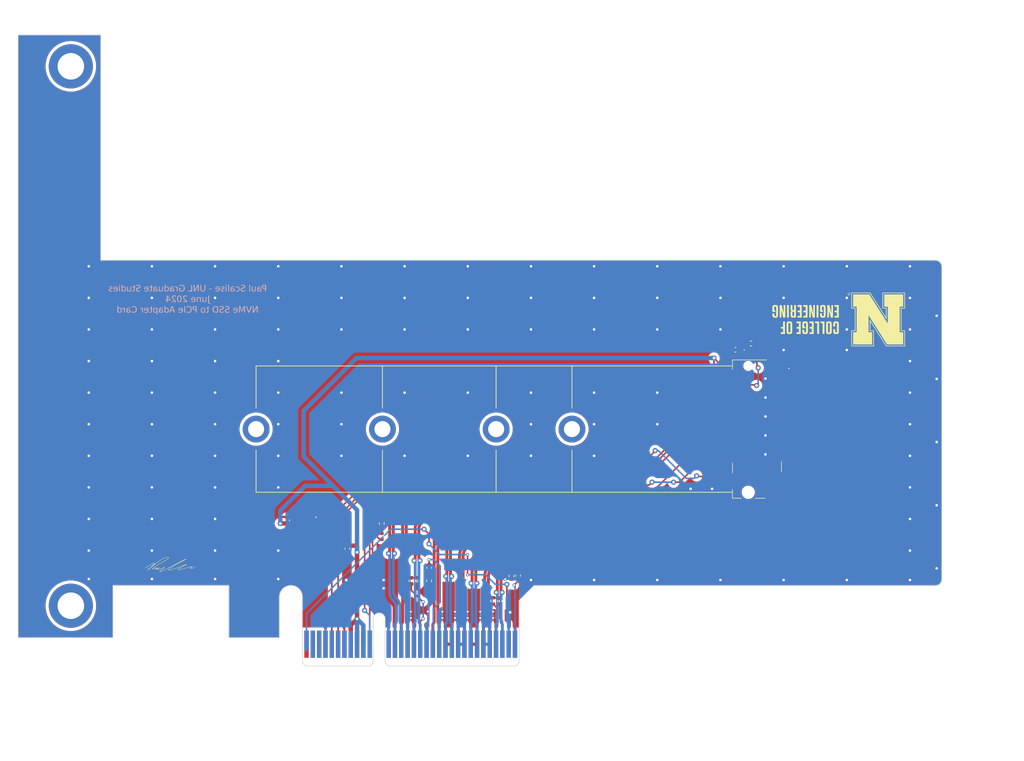
<source format=kicad_pcb>
(kicad_pcb (version 20240108) (generator "pcbnew") (generator_version "8.0")
  (layers (0 "F.Cu" signal) (31 "B.Cu" signal) (34 "B.Paste" user) (35 "F.Paste" user) (36 "B.SilkS" user "B.Silkscreen") (37 "F.SilkS" user "F.Silkscreen") (38 "B.Mask" user) (39 "F.Mask" user) (44 "Edge.Cuts" user))
  (net 0 "")
  (net 1 "Earth")
  (net 4 "Net-(D1-K)")
  (net 22 "3V3")
  (net 23 "SMCLK")
  (net 24 "SMDATA")
  (net 25 "PERST")
  (net 26 "CLKREQ")
  (net 27 "PEWAKE")
  (net 29 "Net-(C1-Pad2)")
  (net 32 "Net-(C3-Pad1)")
  (net 35 "Net-(J2-~{PRSNT1})")
  (net 36 "Net-(C3-Pad2)")
  (net 39 "PET1-")
  (net 40 "PET3-")
  (net 41 "PER3+")
  (net 42 "PER2-")
  (net 43 "PER2+")
  (net 44 "PET0-")
  (net 45 "PER3-")
  (net 46 "PET3+")
  (net 47 "PET2+")
  (net 48 "PET1+")
  (net 49 "PER1-")
  (net 50 "PER1+")
  (net 51 "PER0-")
  (net 52 "PER0+")
  (net 53 "PET2-")
  (net 54 "PET0+")
  (net 55 "REFCLK-")
  (net 56 "REFCLK+")
  (net 57 "Net-(C4-Pad1)")
  (net 58 "Net-(C4-Pad2)")
  (net 59 "Net-(C5-Pad1)")
  (net 60 "Net-(C5-Pad2)")
  (net 61 "Net-(C6-Pad1)")
  (net 62 "Net-(C6-Pad2)")
  (net 63 "Net-(Y1-OUTPUT)")
  (net 64 "Net-(D1-A)")
  (footprint "Connector:PCI Bracket" (layer "F.Cu") (at 74.14 118.91 90)
    (property "Reference" "REF**" (hide yes))
    (property "Value" "PCI Bracket")
  )
  (footprint "LED_SMD:LED_0402_1005Metric" (layer "F.Cu") (at 181.815 78.4)
    (property "Reference" "D1")
    (property "Value" "LED")
  )
  (footprint "Resistor_SMD:R_0402_1005Metric" (layer "F.Cu") (at 129.09 114.98 -90)
    (property "Reference" "R6" (hide yes))
    (property "Value" "42.5")
  )
  (footprint "MountingHole:MountingHole_2.1mm" (layer "F.Cu") (at 141.47 90.95)
    (property "Reference" "REF**" (hide yes))
    (property "Value" "MountingHole_2.1mm" (hide yes))
  )
  (footprint "Capacitor_SMD:C_0402_1005Metric" (layer "F.Cu") (at 108.375 105.4 90)
    (property "Reference" "C7")
    (property "Value" ".1uf" (hide yes))
  )
  (footprint "Connector_PCBEdge:BUS_PCIexpress_x4" (layer "F.Cu") (at 111.45 125)
    (property "Reference" "J2" (hide yes))
    (property "Value" "Bus_PCI_Express_x4")
    (fp_line (start -0.65 -4.95) (end -0.65 2.95) (stroke (width 0.1)) (layer "Edge.Cuts"))
    (fp_line (start -0.65 2.95) (end -0.15 3.45) (stroke (width 0.1)) (layer "Edge.Cuts"))
    (fp_line (start -0.15 3.45) (end 10.05 3.45) (stroke (width 0.1)) (layer "Edge.Cuts"))
    (fp_line (start 10.55 -4) (end 10.55 2.95) (stroke (width 0.1)) (layer "Edge.Cuts"))
    (fp_line (start 10.55 2.95) (end 10.05 3.45) (stroke (width 0.1)) (layer "Edge.Cuts"))
    (fp_line (start 12.45 -4) (end 12.45 2.95) (stroke (width 0.1)) (layer "Edge.Cuts"))
    (fp_line (start 12.45 2.95) (end 12.95 3.45) (stroke (width 0.1)) (layer "Edge.Cuts"))
    (fp_line (start 12.95 3.45) (end 33.15 3.45) (stroke (width 0.1)) (layer "Edge.Cuts"))
    (fp_line (start 33.65 -4.95) (end 33.65 2.95) (stroke (width 0.1)) (layer "Edge.Cuts"))
    (fp_line (start 33.65 2.95) (end 33.15 3.45) (stroke (width 0.1)) (layer "Edge.Cuts"))
    (fp_arc (start 10.55 -4) (mid 11.5 -4.95) (end 12.45 -4) (stroke (width 0.1)) (layer "Edge.Cuts"))
  )
  (footprint "MountingHole:MountingHole_2.1mm" (layer "F.Cu") (at 123.47 90.95)
    (property "Reference" "REF**" (hide yes))
    (property "Value" "MountingHole_2.1mm" (hide yes))
  )
  (footprint "Crystal:ASZKDV32768kHzLT" (layer "F.Cu") (at 111.2 105.4 180)
    (property "Reference" "Y1" (hide yes))
    (property "Value" "ASZKDV-32.768kHz-L-T" (hide yes))
  )
  (footprint "Graphics:signiture" (layer "F.Cu") (at 89.89 112.38)
    (property "Reference" "G***" (hide yes))
    (property "Value" "LOGO" (hide yes))
  )
  (footprint "Capacitor_SMD:C_0402_1005Metric" (layer "F.Cu") (at 144.95 114.15 90)
    (property "Reference" "C4")
    (property "Value" "1pf" (hide yes))
  )
  (footprint "Capacitor_SMD:C_0402_1005Metric" (layer "F.Cu") (at 130.85 112.9 -90)
    (property "Reference" "C3")
    (property "Value" "1pf" (hide yes))
  )
  (footprint "Resistor_SMD:R_0402_1005Metric" (layer "F.Cu") (at 143.9 114.2 -90)
    (property "Reference" "R4")
    (property "Value" "42.5" (hide yes))
  )
  (footprint "Capacitor_SMD:C_0402_1005Metric" (layer "F.Cu") (at 142.05 118.175 90)
    (property "Reference" "C5")
    (property "Value" "1pf")
  )
  (footprint "Resistor_SMD:R_0402_1005Metric" (layer "F.Cu") (at 181.81 77.4)
    (property "Reference" "R7")
    (property "Value" "10k")
  )
  (footprint "Capacitor_SMD:C_0402_1005Metric" (layer "F.Cu") (at 123.35 107.92 90)
    (property "Reference" "C1")
    (property "Value" "1pf")
  )
  (footprint "Connector:121991196" (layer "F.Cu") (at 182.763 90.94692 -90)
    (property "Reference" "J1" (hide yes))
    (property "Value" "1-2199119-6" (hide yes))
  )
  (footprint "Resistor_SMD:R_0402_1005Metric" (layer "F.Cu") (at 130.85 114.975 -90)
    (property "Reference" "R3")
    (property "Value" "42.5" (hide yes))
  )
  (footprint "Capacitor_SMD:C_0402_1005Metric" (layer "F.Cu") (at 179.35 78.4)
    (property "Reference" "C9")
    (property "Value" ".1uf")
  )
  (footprint "Resistor_SMD:R_0402_1005Metric" (layer "F.Cu") (at 141 118.15 -90)
    (property "Reference" "R5")
    (property "Value" "42.5")
  )
  (footprint "MountingHole:MountingHole_2.1mm" (layer "F.Cu") (at 153.47 90.95)
    (property "Reference" "REF**" (hide yes))
    (property "Value" "MountingHole_2.1mm" (hide yes))
  )
  (footprint "MountingHole:MountingHole_2.1mm" (layer "F.Cu") (at 103.47 90.95)
    (property "Reference" "REF**" (hide yes))
    (property "Value" "MountingHole_2.1mm" (hide yes))
  )
  (footprint "Graphics:new CoE" (layer "F.Cu") (at 195.62003 73.590037 180)
    (property "Reference" "G***" (hide yes))
    (property "Value" "LOGO" (hide yes))
  )
  (footprint "Resistor_SMD:R_0402_1005Metric" (layer "F.Cu") (at 123.35 105.9 90)
    (property "Reference" "R1")
    (property "Value" "42.5")
  )
  (footprint "Capacitor_SMD:C_0402_1005Metric" (layer "F.Cu") (at 128.05 114.97 90)
    (property "Reference" "C6" (hide yes))
    (property "Value" "1pf")
  )
  (footprint "Capacitor_SMD:C_0402_1005Metric" (layer "F.Cu") (at 117.9 109.88 -90)
    (property "Reference" "C8")
    (property "Value" "10uf")
  )
  (gr_line (start 107.15 123.95) (end 107.149829 117.525) (stroke (width 0.1)) (layer "Edge.Cuts"))
  (gr_line (start 80.8 115.7) (end 99.15 115.7) (stroke (width 0.1)) (layer "Edge.Cuts"))
  (gr_line (start 145.1 120.05) (end 145.1 118.07) (stroke (width 0.1)) (layer "Edge.Cuts"))
  (gr_line (start 78.86 64.234548) (end 211.01 64.234548) (stroke (width 0.1)) (layer "Edge.Cuts"))
  (gr_line (start 211.02 115.711414) (end 147.46 115.711414) (stroke (width 0.1)) (layer "Edge.Cuts"))
  (gr_line (start 110.8 120.05) (end 110.800171 117.525) (stroke (width 0.1)) (layer "Edge.Cuts"))
  (gr_line (start 145.100084 118.069916) (end 147.458296 115.711704) (stroke (width 0.1)) (layer "Edge.Cuts"))
  (gr_arc (start 107.149829 117.525) (mid 108.975 115.699829) (end 110.800171 117.525) (stroke (width 0.1)) (layer "Edge.Cuts"))
  (gr_line (start 78.86 64.23) (end 78.86 28.55) (stroke (width 0.1)) (layer "Edge.Cuts"))
  (gr_line (start 65.8 123.95) (end 65.8 28.55) (stroke (width 0.1)) (layer "Edge.Cuts"))
  (gr_line (start 212.001414 114.733534) (end 212.001414 65.23) (stroke (width 0.1)) (layer "Edge.Cuts"))
  (gr_line (start 80.8 123.95) (end 80.8 115.7) (stroke (width 0.1)) (layer "Edge.Cuts"))
  (gr_line (start 65.8 123.95) (end 80.8 123.95) (stroke (width 0.1)) (layer "Edge.Cuts"))
  (gr_arc (start 212.001414 114.733534) (mid 211.71499 115.42499) (end 211.023534 115.711414) (stroke (width 0.1)) (layer "Edge.Cuts"))
  (gr_line (start 107.15 123.95) (end 99.15 123.95) (stroke (width 0.1)) (layer "Edge.Cuts"))
  (gr_arc (start 211.005962 64.234548) (mid 211.709853 64.526109) (end 212.001414 65.23) (stroke (width 0.1)) (layer "Edge.Cuts"))
  (gr_line (start 78.86 28.55) (end 65.8 28.55) (stroke (width 0.1)) (layer "Edge.Cuts"))
  (gr_line (start 99.15 123.95) (end 99.15 115.7) (stroke (width 0.1)) (layer "Edge.Cuts"))
  (gr_text "Paul Scalise - UNL Graduate Studies\nJune 2024\nNVMe SSD to PCIe Adapter Card" (at 92.62 72.68 0) (layer "B.SilkS") (effects (font (size 1 1)) (justify bottom mirror)))
  (segment (start 186.651 82.19692) (end 185.12192 82.19692) (width 0.25) (layer "F.Cu") (net 1))
  (segment (start 186.651 85.19692) (end 185.20308 85.19692) (width 0.25) (layer "F.Cu") (net 1))
  (segment (start 186.651 99.19692) (end 185.27808 99.19692) (width 0.25) (layer "F.Cu") (net 1))
  (segment (start 186.651 95.69692) (end 185.02808 95.69692) (width 0.25) (layer "F.Cu") (net 1))
  (segment (start 185.15308 88.19692) (end 185.15 88.2) (width 0.25) (layer "F.Cu") (net 1))
  (segment (start 142.915968 114.71) (end 142.9135 114.707532) (width 0.25) (layer "F.Cu") (net 1))
  (segment (start 185.12192 82.19692) (end 185.1 82.175) (width 0.25) (layer "F.Cu") (net 1))
  (segment (start 184.97808 94.19692) (end 184.975 94.2) (width 0.25) (layer "F.Cu") (net 1))
  (segment (start 186.651 86.69692) (end 185.17808 86.69692) (width 0.25) (layer "F.Cu") (net 1))
  (segment (start 185.20308 85.19692) (end 185.2 85.2) (width 0.25) (layer "F.Cu") (net 1))
  (segment (start 185.39692 100.19692) (end 185.15 99.95) (width 0.25) (layer "F.Cu") (net 1))
  (segment (start 186.651 100.19692) (end 185.39692 100.19692) (width 0.25) (layer "F.Cu") (net 1))
  (segment (start 141 118.66) (end 141.6 119.26) (width 0.25) (layer "F.Cu") (net 1))
  (segment (start 186.651 81.69692) (end 186.651 82.19692) (width 0.25) (layer "F.Cu") (net 1))
  (segment (start 141.6 119.26) (end 141.6 122.15) (width 0.25) (layer "F.Cu") (net 1))
  (segment (start 185.12808 83.69692) (end 185.125 83.7) (width 0.25) (layer "F.Cu") (net 1))
  (segment (start 186.651 92.69692) (end 185.07808 92.69692) (width 0.25) (layer "F.Cu") (net 1))
  (segment (start 185.10308 91.19692) (end 185.1 91.2) (width 0.25) (layer "F.Cu") (net 1))
  (segment (start 185.02808 95.69692) (end 185.025 95.7) (width 0.25) (layer "F.Cu") (net 1))
  (segment (start 186.651 88.19692) (end 185.15308 88.19692) (width 0.25) (layer "F.Cu") (net 1))
  (segment (start 185.07808 92.69692) (end 185.075 92.7) (width 0.25) (layer "F.Cu") (net 1))
  (segment (start 186.651 99.69692) (end 186.651 100.19692) (width 0.25) (layer "F.Cu") (net 1))
  (segment (start 141.45 122.3) (end 141.45 125) (width 0.25) (layer "F.Cu") (net 1))
  (segment (start 186.651 83.69692) (end 185.12808 83.69692) (width 0.25) (layer "F.Cu") (net 1))
  (segment (start 141.6 122.15) (end 141.45 122.3) (width 0.25) (layer "F.Cu") (net 1))
  (segment (start 186.651 94.19692) (end 184.97808 94.19692) (width 0.25) (layer "F.Cu") (net 1))
  (segment (start 186.651 99.19692) (end 186.651 99.69692) (width 0.25) (layer "F.Cu") (net 1))
  (segment (start 143.9 114.71) (end 142.915968 114.71) (width 0.25) (layer "F.Cu") (net 1))
  (segment (start 185.27808 99.19692) (end 185.275 99.2) (width 0.25) (layer "F.Cu") (net 1))
  (segment (start 186.651 91.19692) (end 185.10308 91.19692) (width 0.25) (layer "F.Cu") (net 1))
  (segment (start 186.651 89.69692) (end 185.12808 89.69692) (width 0.25) (layer "F.Cu") (net 1))
  (via (at 116.975 95.175) (size 0.8) (drill 0.4) (layers "F.Cu" "B.Cu") (net 1))
  (via (at 86.975 65.175) (size 0.8) (drill 0.4) (layers "F.Cu" "B.Cu") (net 1))
  (via (at 86.975 105.175) (size 0.8) (drill 0.4) (layers "F.Cu" "B.Cu") (net 1))
  (via (at 211.2 73) (size 0.8) (drill 0.4) (layers "F.Cu" "B.Cu") (net 1))
  (via (at 166.975 70.175) (size 0.8) (drill 0.4) (layers "F.Cu" "B.Cu") (net 1))
  (via (at 86.975 75.175) (size 0.8) (drill 0.4) (layers "F.Cu" "B.Cu") (net 1))
  (via (at 166.975 65.175) (size 0.8) (drill 0.4) (layers "F.Cu" "B.Cu") (net 1))
  (via (at 146.975 65.175) (size 0.8) (drill 0.4) (layers "F.Cu" "B.Cu") (net 1))
  (via (at 116.975 90.175) (size 0.8) (drill 0.4) (layers "F.Cu" "B.Cu") (net 1))
  (via (at 136.975 85.175) (size 0.8) (drill 0.4) (layers "F.Cu" "B.Cu") (net 1))
  (via (at 96.975 100.175) (size 0.8) (drill 0.4) (layers "F.Cu" "B.Cu") (net 1))
  (via (at 156.975 90.175) (size 0.8) (drill 0.4) (layers "F.Cu" "B.Cu") (net 1))
  (via (at 86.975 70.175) (size 0.8) (drill 0.4) (layers "F.Cu" "B.Cu") (net 1))
  (via (at 134.95 119.85) (size 0.5) (drill 0.3) (layers "F.Cu" "B.Cu") (net 1))
  (via (at 136.975 95.175) (size 0.8) (drill 0.4) (layers "F.Cu" "B.Cu") (net 1))
  (via (at 184.1 88.95) (size 0.8) (drill 0.4) (layers "F.Cu" "B.Cu") (net 1))
  (via (at 176.975 65.175) (size 0.8) (drill 0.4) (layers "F.Cu" "B.Cu") (net 1))
  (via (at 156.975 114.84) (size 0.8) (drill 0.4) (layers "F.Cu" "B.Cu") (net 1))
  (via (at 86.975 95.175) (size 0.8) (drill 0.4) (layers "F.Cu" "B.Cu") (net 1))
  (via (at 86.98 114.68) (size 0.8) (drill 0.4) (layers "F.Cu" "B.Cu") (net 1))
  (via (at 76.98 114.68) (size 0.8) (drill 0.4) (layers "F.Cu" "B.Cu") (net 1))
  (via (at 130.65 119.825) (size 0.5) (drill 0.3) (layers "F.Cu" "B.Cu") (net 1))
  (via (at 184.1 82.95) (size 0.8) (drill 0.4) (layers "F.Cu" "B.Cu") (net 1))
  (via (at 106.975 95.175) (size 0.8) (drill 0.4) (layers "F.Cu" "B.Cu") (net 1))
  (via (at 136.95 120.85) (size 0.5) (drill 0.3) (layers "F.Cu" "B.Cu") (net 1))
  (via (at 206.975 95.175) (size 0.8) (drill 0.4) (layers "F.Cu" "B.Cu") (net 1))
  (via (at 106.975 85.175) (size 0.8) (drill 0.4) (layers "F.Cu" "B.Cu") (net 1))
  (via (at 76.975 90.175) (size 0.8) (drill 0.4) (layers "F.Cu" "B.Cu") (net 1))
  (via (at 117.75 114.85) (size 0.8) (drill 0.4) (layers "F.Cu" "B.Cu") (net 1))
  (via (at 146.975 114.84) (size 0.8) (drill 0.4) (layers "F.Cu" "B.Cu") (net 1))
  (via (at 175.65 100.4) (size 0.8) (drill 0.4) (layers "F.Cu" "B.Cu") (net 1))
  (via (at 86.975 90.175) (size 0.8) (drill 0.4) (layers "F.Cu" "B.Cu") (net 1))
  (via (at 166.975 85.175) (size 0.8) (drill 0.4) (layers "F.Cu" "B.Cu") (net 1))
  (via (at 196.975 78.425) (size 0.8) (drill 0.4) (layers "F.Cu" "B.Cu") (net 1))
  (via (at 176.975 70.175) (size 0.8) (drill 0.4) (layers "F.Cu" "B.Cu") (net 1))
  (via (at 96.975 75.175) (size 0.8) (drill 0.4) (layers "F.Cu" "B.Cu") (net 1))
  (via (at 116.975 75.175) (size 0.8) (drill 0.4) (layers "F.Cu" "B.Cu") (net 1))
  (via (at 96.975 95.175) (size 0.8) (drill 0.4) (layers "F.Cu" "B.Cu") (net 1))
  (via (at 76.975 100.175) (size 0.8) (drill 0.4) (layers "F.Cu" "B.Cu") (net 1))
  (via (at 176.975 75.175) (size 0.8) (drill 0.4) (layers "F.Cu" "B.Cu") (net 1))
  (via (at 184.1 85.95) (size 0.8) (drill 0.4) (layers "F.Cu" "B.Cu") (net 1))
  (via (at 132.95 120.85) (size 0.5) (drill 0.3) (layers "F.Cu" "B.Cu") (net 1))
  (via (at 138.95 119.85) (size 0.5) (drill 0.3) (layers "F.Cu" "B.Cu") (net 1))
  (via (at 196.975 75.175) (size 0.8) (drill 0.4) (layers "F.Cu" "B.Cu") (net 1))
  (via (at 186.975 70.175) (size 0.8) (drill 0.4) (layers "F.Cu" "B.Cu") (net 1))
  (via (at 146.975 70.175) (size 0.8) (drill 0.4) (layers "F.Cu" "B.Cu") (net 1))
  (via (at 206.975 114.84) (size 0.8) (drill 0.4) (layers "F.Cu" "B.Cu") (net 1))
  (via (at 86.975 100.175) (size 0.8) (drill 0.4) (layers "F.Cu" "B.Cu") (net 1))
  (via (at 76.975 65.175) (size 0.8) (drill 0.4) (layers "F.Cu" "B.Cu") (net 1))
  (via (at 136.975 70.175) (size 0.8) (drill 0.4) (layers "F.Cu" "B.Cu") (net 1))
  (via (at 86.975 80.175) (size 0.8) (drill 0.4) (layers "F.Cu" "B.Cu") (net 1))
  (via (at 76.975 70.175) (size 0.8) (drill 0.4) (layers "F.Cu" "B.Cu") (net 1))
  (via (at 136.975 75.175) (size 0.8) (drill 0.4) (layers "F.Cu" "B.Cu") (net 1))
  (via (at 206.975 75.175) (size 0.8) (drill 0.4) (layers "F.Cu" "B.Cu") (net 1))
  (via (at 156.975 95.175) (size 0.8) (drill 0.4) (layers "F.Cu" "B.Cu") (net 1))
  (via (at 96.975 90.175) (size 0.8) (drill 0.4) (layers "F.Cu" "B.Cu") (net 1))
  (via (at 166.975 90.175) (size 0.8) (drill 0.4) (layers "F.Cu" "B.Cu") (net 1))
  (via (at 76.975 75.175) (size 0.8) (drill 0.4) (layers "F.Cu" "B.Cu") (net 1))
  (via (at 142.9135 114.707532) (size 0.5) (drill 0.3) (layers "F.Cu" "B.Cu") (net 1))
  (via (at 184.1 91.95) (size 0.8) (drill 0.4) (layers "F.Cu" "B.Cu") (net 1))
  (via (at 176.975 114.84) (size 0.8) (drill 0.4) (layers "F.Cu" "B.Cu") (net 1))
  (via (at 196.975 65.175) (size 0.8) (drill 0.4) (layers "F.Cu" "B.Cu") (net 1))
  (via (at 126.975 75.175) (size 0.8) (drill 0.4) (layers "F.Cu" "B.Cu") (net 1))
  (via (at 206.975 85.175) (size 0.8) (drill 0.4) (layers "F.Cu" "B.Cu") (net 1))
  (via (at 146.975 75.175) (size 0.8) (drill 0.4) (layers "F.Cu" "B.Cu") (net 1))
  (via (at 211.2 93) (size 0.8) (drill 0.4) (layers "F.Cu" "B.Cu") (net 1))
  (via (at 206.975 90.175) (size 0.8) (drill 0.4) (layers "F.Cu" "B.Cu") (net 1))
  (via (at 206.975 105.175) (size 0.8) (drill 0.4) (layers "F.Cu" "B.Cu") (net 1))
  (via (at 106.975 80.175) (size 0.8) (drill 0.4) (layers "F.Cu" "B.Cu") (net 1))
  (via (at 106.975 75.175) (size 0.8) (drill 0.4) (layers "F.Cu" "B.Cu") (net 1))
  (via (at 134.95 120.85) (size 0.5) (drill 0.3) (layers "F.Cu" "B.Cu") (net 1))
  (via (at 126.975 65.175) (size 0.8) (drill 0.4) (layers "F.Cu" "B.Cu") (net 1))
  (via (at 136.95 119.85) (size 0.5) (drill 0.3) (layers "F.Cu" "B.Cu") (net 1))
  (via (at 96.975 105.175) (size 0.8) (drill 0.4) (layers "F.Cu" "B.Cu") (net 1))
  (via (at 126.975 70.175) (size 0.8) (drill 0.4) (layers "F.Cu" "B.Cu") (net 1))
  (via (at 184.1 94.95) (size 0.8) (drill 0.4) (layers "F.Cu" "B.Cu") (net 1))
  (via (at 211.2 103) (size 0.8) (drill 0.4) (layers "F.Cu" "B.Cu") (net 1))
  (via (at 138.95 120.85) (size 0.5) (drill 0.3) (layers "F.Cu" "B.Cu") (net 1))
  (via (at 96.975 65.175) (size 0.8) (drill 0.4) (layers "F.Cu" "B.Cu") (net 1))
  (via (at 186.975 78.425) (size 0.8) (drill 0.4) (layers "F.Cu" "B.Cu") (net 1))
  (via (at 116.975 65.175) (size 0.8) (drill 0.4) (layers "F.Cu" "B.Cu") (net 1))
  (via (at 126.975 85.175) (size 0.8) (drill 0.4) (layers "F.Cu" "B.Cu") (net 1))
  (via (at 211.2 113) (size 0.8) (drill 0.4) (layers "F.Cu" "B.Cu") (net 1))
  (via (at 86.975 85.175) (size 0.8) (drill 0.4) (layers "F.Cu" "B.Cu") (net 1))
  (via (at 186.975 114.84) (size 0.8) (drill 0.4) (layers "F.Cu" "B.Cu") (net 1))
  (via (at 106.97 114.68) (size 0.8) (drill 0.4) (layers "F.Cu" "B.Cu") (net 1))
  (via (at 206.975 110.175) (size 0.8) (drill 0.4) (layers "F.Cu" "B.Cu") (net 1))
  (via (at 156.975 70.175) (size 0.8) (drill 0.4) (layers "F.Cu" "B.Cu") (net 1))
  (via (at 106.975 110.175) (size 0.8) (drill 0.4) (layers "F.Cu" "B.Cu") (net 1))
  (via (at 143.675 119.95) (size 0.8) (drill 0.4) (layers "F.Cu" "B.Cu") (net 1))
  (via (at 140.975 120.85) (size 0.5) (drill 0.3) (layers "F.Cu" "B.Cu") (net 1))
  (via (at 140.975 119.85) (size 0.5) (drill 0.3) (layers "F.Cu" "B.Cu") (net 1))
  (via (at 76.975 95.175) (size 0.8) (drill 0.4) (layers "F.Cu" "B.Cu") (net 1))
  (via (at 127.95 120.85) (size 0.5) (drill 0.3) (layers "F.Cu" "B.Cu") (net 1))
  (via (at 132.95 119.85) (size 0.5) (drill 0.3) (layers "F.Cu" "B.Cu") (net 1))
  (via (at 116.975 70.175) (size 0.8) (drill 0.4) (layers "F.Cu" "B.Cu") (net 1))
  (via (at 206.975 100.175) (size 0.8) (drill 0.4) (layers "F.Cu" "B.Cu") (net 1))
  (via (at 123.65 114.85) (size 0.8) (drill 0.4) (layers "F.Cu" "B.Cu") (net 1))
  (via (at 96.975 70.175) (size 0.8) (drill 0.4) (layers "F.Cu" "B.Cu") (net 1))
  (via (at 186.975 65.175) (size 0.8) (drill 0.4) (layers "F.Cu" "B.Cu") (net 1))
  (via (at 166.975 75.175) (size 0.8) (drill 0.4) (layers "F.Cu" "B.Cu") (net 1))
  (via (at 106.975 70.175) (size 0.8) (drill 0.4) (layers "F.Cu" "B.Cu") (net 1))
  (via (at 127.95 119.85) (size 0.5) (drill 0.3) (layers "F.Cu" "B.Cu") (net 1))
  (via (at 166.975 114.84) (size 0.8) (drill 0.4) (layers "F.Cu" "B.Cu") (net 1))
  (via (at 96.975 85.175) (size 0.8) (drill 0.4) (layers "F.Cu" "B.Cu") (net 1))
  (via (at 196.975 114.84) (size 0.8) (drill 0.4) (layers "F.Cu" "B.Cu") (net 1))
  (via (at 156.975 85.175) (size 0.8) (drill 0.4) (layers "F.Cu" "B.Cu") (net 1))
  (via (at 146.975 95.175) (size 0.8) (drill 0.4) (layers "F.Cu" "B.Cu") (net 1))
  (via (at 116.975 85.175) (size 0.8) (drill 0.4) (layers "F.Cu" "B.Cu") (net 1))
  (via (at 156.975 75.175) (size 0.8) (drill 0.4) (layers "F.Cu" "B.Cu") (net 1))
  (via (at 106.975 65.175) (size 0.8) (drill 0.4) (layers "F.Cu" "B.Cu") (net 1))
  (via (at 146.975 90.175) (size 0.8) (drill 0.4) (layers "F.Cu" "B.Cu") (net 1))
  (via (at 146.975 85.175) (size 0.8) (drill 0.4) (layers "F.Cu" "B.Cu") (net 1))
  (via (at 106.975 90.175) (size 0.8) (drill 0.4) (layers "F.Cu" "B.Cu") (net 1))
  (via (at 172.25 100.4) (size 0.8) (drill 0.4) (layers "F.Cu" "B.Cu") (net 1))
  (via (at 136.975 65.175) (size 0.8) (drill 0.4) (layers "F.Cu" "B.Cu") (net 1))
  (via (at 206.975 70.175) (size 0.8) (drill 0.4) (layers "F.Cu" "B.Cu") (net 1))
  (via (at 76.975 110.175) (size 0.8) (drill 0.4) (layers "F.Cu" "B.Cu") (net 1))
  (via (at 76.975 85.175) (size 0.8) (drill 0.4) (layers "F.Cu" "B.Cu") (net 1))
  (via (at 76.975 105.175) (size 0.8) (drill 0.4) (layers "F.Cu" "B.Cu") (net 1))
  (via (at 123.65 116.15) (size 0.8) (drill 0.4) (layers "F.Cu" "B.Cu") (net 1))
  (via (at 96.98 114.68) (size 0.8) (drill 0.4) (layers "F.Cu" "B.Cu") (net 1))
  (via (at 156.975 65.175) (size 0.8) (drill 0.4) (layers "F.Cu" "B.Cu") (net 1))
  (via (at 76.975 80.175) (size 0.8) (drill 0.4) (layers "F.Cu" "B.Cu") (net 1))
  (via (at 86.975 110.175) (size 0.8) (drill 0.4) (layers "F.Cu" "B.Cu") (net 1))
  (via (at 211.2 83) (size 0.8) (drill 0.4) (layers "F.Cu" "B.Cu") (net 1))
  (via (at 96.975 110.175) (size 0.8) (drill 0.4) (layers "F.Cu" "B.Cu") (net 1))
  (via (at 126.975 95.175) (size 0.8) (drill 0.4) (layers "F.Cu" "B.Cu") (net 1))
  (via (at 196.975 70.175) (size 0.8) (drill 0.4) (layers "F.Cu" "B.Cu") (net 1))
  (via (at 206.975 80.175) (size 0.8) (drill 0.4) (layers "F.Cu" "B.Cu") (net 1))
  (via (at 96.975 80.175) (size 0.8) (drill 0.4) (layers "F.Cu" "B.Cu") (net 1))
  (via (at 206.975 65.175) (size 0.8) (drill 0.4) (layers "F.Cu" "B.Cu") (net 1))
  (via (at 106.975 100.175) (size 0.8) (drill 0.4) (layers "F.Cu" "B.Cu") (net 1))
  (segment (start 146.975 115.1) (end 146.582532 114.707532) (width 0.25) (layer "B.Cu") (net 1))
  (segment (start 130.45 125) (end 130.65 124.8) (width 0.25) (layer "B.Cu") (net 1))
  (segment (start 146.582532 114.707532) (end 142.9135 114.707532) (width 0.25) (layer "B.Cu") (net 1))
  (segment (start 130.65 124.8) (end 130.65 119.825) (width 0.25) (layer "B.Cu") (net 1))
  (segment (start 181.33 78.98) (end 181.33 78.4) (width 0.25) (layer "F.Cu") (net 4))
  (segment (start 182.59692 83.94692) (end 179.101 83.94692) (width 0.25) (layer "F.Cu") (net 4))
  (segment (start 182.75 80.4) (end 182.75 81.05) (width 0.25) (layer "F.Cu") (net 4))
  (segment (start 182.75 81.05) (end 182.95 81.25) (width 0.25) (layer "F.Cu") (net 4))
  (segment (start 182.7 84.05) (end 182.59692 83.94692) (width 0.25) (layer "F.Cu") (net 4))
  (segment (start 182.75 80.4) (end 181.33 78.98) (width 0.25) (layer "F.Cu") (net 4))
  (via (at 182.7 84.05) (size 0.8) (drill 0.4) (layers "F.Cu" "B.Cu") (net 4))
  (via (at 182.95 81.25) (size 0.8) (drill 0.4) (layers "F.Cu" "B.Cu") (net 4))
  (segment (start 182.95 83.8) (end 182.7 84.05) (width 0.25) (layer "B.Cu") (net 4))
  (segment (start 182.95 81.25) (end 182.95 83.8) (width 0.25) (layer "B.Cu") (net 4))
  (segment (start 110.3 105.9) (end 112.1 105.9) (width 0.7) (layer "F.Cu") (net 22))
  (segment (start 177.84692 84.44692) (end 175.95 82.55) (width 0.25) (layer "F.Cu") (net 22))
  (segment (start 182.8 97.4) (end 182.8 85.55) (width 0.25) (layer "F.Cu") (net 22))
  (segment (start 179.101 81.94692) (end 179.101 82.44692) (width 0.25) (layer "F.Cu") (net 22))
  (segment (start 179.101 81.94692) (end 179.101 79.476) (width 0.25) (layer "F.Cu") (net 22))
  (segment (start 118.45 122) (end 118.45 125) (width 0.7) (layer "F.Cu") (net 22))
  (segment (start 181.69692 84.44692) (end 179.101 84.44692) (width 0.25) (layer "F.Cu") (net 22))
  (segment (start 178.875 79.25) (end 178.875 79.05) (width 0.25) (layer "F.Cu") (net 22))
  (segment (start 119.3 109.4) (end 119.45 109.55) (width 0.7) (layer "F.Cu") (net 22))
  (segment (start 179.101 99.94692) (end 179.101 99.44692) (width 0.25) (layer "F.Cu") (net 22))
  (segment (start 178.19692 81.94692) (end 175.95 79.7) (width 0.25) (layer "F.Cu") (net 22))
  (segment (start 182.8 85.55) (end 181.69692 84.44692) (width 0.25) (layer "F.Cu") (net 22))
  (segment (start 175.95 82.55) (end 175.95 79.7) (width 0.25) (layer "F.Cu") (net 22))
  (segment (start 117.9 109.4) (end 119.3 109.4) (width 0.7) (layer "F.Cu") (net 22))
  (segment (start 178.87 78.4) (end 178.87 78.005) (width 0.25) (layer "F.Cu") (net 22))
  (segment (start 179.101 81.94692) (end 178.19692 81.94692) (width 0.25) (layer "F.Cu") (net 22))
  (segment (start 178.875 79.05) (end 178.87 79.045) (width 0.25) (layer "F.Cu") (net 22))
  (segment (start 119.45 109.55) (end 119.45 110.45) (width 0.7) (layer "F.Cu") (net 22))
  (segment (start 119.45 121) (end 119.45 110.45) (width 0.7) (layer "F.Cu") (net 22))
  (segment (start 179.101 98.94692) (end 179.101 99.44692) (width 0.25) (layer "F.Cu") (net 22))
  (segment (start 108.375 105.88) (end 107.32 105.88) (width 0.7) (layer "F.Cu") (net 22))
  (segment (start 179.101 79.476) (end 178.875 79.25) (width 0.25) (layer "F.Cu") (net 22))
  (segment (start 118.45 122) (end 119.45 121) (width 0.7) (layer "F.Cu") (net 22))
  (segment (start 181.25 98.95) (end 182.8 97.4) (width 0.25) (layer "F.Cu") (net 22))
  (segment (start 107.32 105.88) (end 107.3 105.9) (width 0.7) (layer "F.Cu") (net 22))
  (segment (start 179.101 84.44692) (end 179.101 85.94692) (width 0.25) (layer "F.Cu") (net 22))
  (segment (start 108.375 105.88) (end 110.28 105.88) (width 0.7) (layer "F.Cu") (net 22))
  (segment (start 178.87 79.045) (end 178.87 78.4) (width 0.25) (layer "F.Cu") (net 22))
  (segment (start 179.475 77.4) (end 181.3 77.4) (width 0.25) (layer "F.Cu") (net 22))
  (segment (start 110.28 105.88) (end 110.3 105.9) (width 0.7) (layer "F.Cu") (net 22))
  (segment (start 177.84692 84.44692) (end 179.101 84.44692) (width 0.25) (layer "F.Cu") (net 22))
  (segment (start 179.101 98.94692) (end 181.24692 98.94692) (width 0.25) (layer "F.Cu") (net 22))
  (segment (start 181.24692 98.94692) (end 181.25 98.95) (width 0.25) (layer "F.Cu") (net 22))
  (segment (start 178.87 78.005) (end 179.475 77.4) (width 0.25) (layer "F.Cu") (net 22))
  (via (at 119.45 121) (size 0.8) (drill 0.4) (layers "F.Cu" "B.Cu") (net 22))
  (via (at 107.3 105.9) (size 0.8) (drill 0.4) (layers "F.Cu" "B.Cu") (net 22))
  (via (at 175.95 79.7) (size 0.8) (drill 0.4) (layers "F.Cu" "B.Cu") (net 22))
  (via (at 119.45 110.45) (size 0.8) (drill 0.4) (layers "F.Cu" "B.Cu") (net 22))
  (segment (start 111.225 99.925) (end 115.625 99.925) (width 0.7) (layer "B.Cu") (net 22))
  (segment (start 111 88.056497) (end 111 95.3) (width 0.7) (layer "B.Cu") (net 22))
  (segment (start 175.95 79.7) (end 119.356497 79.7) (width 0.7) (layer "B.Cu") (net 22))
  (segment (start 119.45 125) (end 119.45 121) (width 0.7) (layer "B.Cu") (net 22))
  (segment (start 120.45 125) (end 120.45 122) (width 0.7) (layer "B.Cu") (net 22))
  (segment (start 120.45 122) (end 119.45 121) (width 0.7) (layer "B.Cu") (net 22))
  (segment (start 115.625 99.925) (end 119.45 103.75) (width 0.7) (layer "B.Cu") (net 22))
  (segment (start 107.3 105.9) (end 107.3 103.85) (width 0.7) (layer "B.Cu") (net 22))
  (segment (start 111 95.3) (end 115.625 99.925) (width 0.7) (layer "B.Cu") (net 22))
  (segment (start 119.45 103.75) (end 119.45 110.45) (width 0.7) (layer "B.Cu") (net 22))
  (segment (start 119.356497 79.7) (end 111 88.056497) (width 0.7) (layer "B.Cu") (net 22))
  (segment (start 107.3 103.85) (end 111.225 99.925) (width 0.7) (layer "B.Cu") (net 22))
  (segment (start 115.45 105.788604) (end 123.688604 97.55) (width 0.25) (layer "F.Cu") (net 23))
  (segment (start 115.45 125) (end 115.45 105.788604) (width 0.25) (layer "F.Cu") (net 23))
  (segment (start 123.688604 97.55) (end 164.813604 97.55) (width 0.25) (layer "F.Cu") (net 23))
  (segment (start 170.916684 91.44692) (end 179.101 91.44692) (width 0.25) (layer "F.Cu") (net 23))
  (segment (start 164.813604 97.55) (end 170.916684 91.44692) (width 0.25) (layer "F.Cu") (net 23))
  (segment (start 164.95 98.05) (end 171.05308 91.94692) (width 0.25) (layer "F.Cu") (net 24))
  (segment (start 116.45 105.425) (end 123.825 98.05) (width 0.25) (layer "F.Cu") (net 24))
  (segment (start 171.05308 91.94692) (end 179.101 91.94692) (width 0.25) (layer "F.Cu") (net 24))
  (segment (start 123.825 98.05) (end 164.95 98.05) (width 0.25) (layer "F.Cu") (net 24))
  (segment (start 116.45 125) (end 116.45 105.425) (width 0.25) (layer "F.Cu") (net 24))
  (segment (start 120.65 119.65) (end 120.65 103.05) (width 0.25) (layer "F.Cu") (net 25))
  (segment (start 120.65 103.05) (end 124.95 98.75) (width 0.25) (layer "F.Cu") (net 25))
  (segment (start 124.95 98.75) (end 165.15 98.75) (width 0.25) (layer "F.Cu") (net 25))
  (segment (start 165.15 98.75) (end 169.95308 93.94692) (width 0.25) (layer "F.Cu") (net 25))
  (segment (start 169.95308 93.94692) (end 179.101 93.94692) (width 0.25) (layer "F.Cu") (net 25))
  (via (at 120.65 119.65) (size 0.8) (drill 0.4) (layers "F.Cu" "B.Cu") (net 25))
  (segment (start 120.65 119.65) (end 121.45 120.45) (width 0.25) (layer "B.Cu") (net 25))
  (segment (start 121.45 120.45) (end 121.45 125) (width 0.25) (layer "B.Cu") (net 25))
  (segment (start 123.35 108.4) (end 123.040001 108.4) (width 0.25) (layer "F.Cu") (net 26))
  (segment (start 124.45 125) (end 124.45 119.3) (width 0.25) (layer "F.Cu") (net 26))
  (segment (start 121.9 116.75) (end 121.9 106.95) (width 0.25) (layer "F.Cu") (net 26))
  (segment (start 121.9 107.259999) (end 121.9 106.95) (width 0.25) (layer "F.Cu") (net 26))
  (segment (start 166.75 100.35) (end 172.65308 94.44692) (width 0.25) (layer "F.Cu") (net 26))
  (segment (start 172.65308 94.44692) (end 179.101 94.44692) (width 0.25) (layer "F.Cu") (net 26))
  (segment (start 124.45 119.3) (end 121.9 116.75) (width 0.25) (layer "F.Cu") (net 26))
  (segment (start 123.040001 108.4) (end 121.9 107.259999) (width 0.25) (layer "F.Cu") (net 26))
  (segment (start 121.9 106.95) (end 121.9 104.35) (width 0.25) (layer "F.Cu") (net 26))
  (segment (start 121.9 104.35) (end 125.9 100.35) (width 0.25) (layer "F.Cu") (net 26))
  (segment (start 125.9 100.35) (end 166.75 100.35) (width 0.25) (layer "F.Cu") (net 26))
  (segment (start 165.7 99.8) (end 125.65 99.8) (width 0.25) (layer "F.Cu") (net 27))
  (segment (start 166.15 99.35) (end 165.7 99.8) (width 0.25) (layer "F.Cu") (net 27))
  (segment (start 121.45 104) (end 121.45 125) (width 0.25) (layer "F.Cu") (net 27))
  (segment (start 174.90308 94.94692) (end 179.101 94.94692) (width 0.25) (layer "F.Cu") (net 27))
  (segment (start 169.55 99.35) (end 170.5 99.35) (width 0.25) (layer "F.Cu") (net 27))
  (segment (start 170.5 99.35) (end 174.90308 94.94692) (width 0.25) (layer "F.Cu") (net 27))
  (segment (start 125.65 99.8) (end 121.45 104) (width 0.25) (layer "F.Cu") (net 27))
  (via (at 166.15 99.35) (size 0.8) (drill 0.4) (layers "F.Cu" "B.Cu") (net 27))
  (via (at 169.55 99.35) (size 0.8) (drill 0.4) (layers "F.Cu" "B.Cu") (net 27))
  (segment (start 166.15 99.35) (end 169.55 99.35) (width 0.25) (layer "B.Cu") (net 27))
  (segment (start 123.35 107.44) (end 123.35 106.41) (width 0.25) (layer "F.Cu") (net 29))
  (segment (start 130.85 111.625) (end 130.85 112.42) (width 0.25) (layer "F.Cu") (net 32))
  (via (at 130.85 111.625) (size 0.5) (drill 0.3) (layers "F.Cu" "B.Cu") (net 32))
  (segment (start 132.525 112.55) (end 131.575 111.6) (width 0.25) (layer "B.Cu") (net 32))
  (segment (start 132.6 112.625) (end 132.525 112.55) (width 0.25) (layer "B.Cu") (net 32))
  (segment (start 131.525 119.425) (end 132.6 118.35) (width 0.25) (layer "B.Cu") (net 32))
  (segment (start 132.6 118.35) (end 132.6 112.625) (width 0.25) (layer "B.Cu") (net 32))
  (segment (start 131.025 111.6) (end 130.875 111.6) (width 0.25) (layer "B.Cu") (net 32))
  (segment (start 130.875 111.6) (end 130.85 111.625) (width 0.25) (layer "B.Cu") (net 32))
  (segment (start 131.45 125) (end 131.525 124.925) (width 0.25) (layer "B.Cu") (net 32))
  (segment (start 131.575 111.6) (end 131.025 111.6) (width 0.25) (layer "B.Cu") (net 32))
  (segment (start 131.525 124.925) (end 131.525 119.425) (width 0.25) (layer "B.Cu") (net 32))
  (segment (start 136.944221 110.804399) (end 136.944221 113.995779) (width 0.25) (layer "F.Cu") (net 35))
  (segment (start 130.8365 107.578177) (end 130.058323 106.8) (width 0.25) (layer "F.Cu") (net 35))
  (segment (start 142.95 121.213604) (end 142.95 119.649695) (width 0.25) (layer "F.Cu") (net 35))
  (segment (start 142.95 119.649695) (end 143.159671 119.440024) (width 0.25) (layer "F.Cu") (net 35))
  (segment (start 143.159671 119.440024) (end 143.159671 115.521107) (width 0.25) (layer "F.Cu") (net 35))
  (segment (start 130.8365 109.13) (end 130.8365 107.578177) (width 0.25) (layer "F.Cu") (net 35))
  (segment (start 143.45 124.45) (end 143.45 121.713604) (width 0.25) (layer "F.Cu") (net 35))
  (segment (start 136.944221 113.995779) (end 136.94 114) (width 0.25) (layer "F.Cu") (net 35))
  (segment (start 143.45 121.713604) (end 142.95 121.213604) (width 0.25) (layer "F.Cu") (net 35))
  (via (at 143.159671 115.521107) (size 0.8) (drill 0.4) (layers "F.Cu" "B.Cu") (net 35))
  (via (at 136.94 114) (size 0.5) (drill 0.3) (layers "F.Cu" "B.Cu") (net 35))
  (via (at 130.058323 106.8) (size 0.8) (drill 0.4) (layers "F.Cu" "B.Cu") (net 35))
  (via (at 130.8365 109.13) (size 0.8) (drill 0.4) (layers "F.Cu" "B.Cu") (net 35))
  (via (at 136.944221 110.804399) (size 0.5) (drill 0.3) (layers "F.Cu" "B.Cu") (net 35))
  (segment (start 124.774695 106.8) (end 111.45 120.124695) (width 0.25) (layer "B.Cu") (net 35))
  (segment (start 132.510899 110.804399) (end 136.944221 110.804399) (width 0.25) (layer "B.Cu") (net 35))
  (segment (start 111.45 120.124695) (end 111.45 124.45) (width 0.25) (layer "B.Cu") (net 35))
  (segment (start 130.058323 106.8) (end 124.774695 106.8) (width 0.25) (layer "B.Cu") (net 35))
  (segment (start 143.159671 115.521107) (end 141.321107 115.521107) (width 0.25) (layer "B.Cu") (net 35))
  (segment (start 136.94 114) (end 139.8 114) (width 0.25) (layer "B.Cu") (net 35))
  (segment (start 139.8 114) (end 141.321107 115.521107) (width 0.25) (layer "B.Cu") (net 35))
  (segment (start 130.8365 109.13) (end 132.510899 110.804399) (width 0.25) (layer "B.Cu") (net 35))
  (segment (start 130.85 113.38) (end 130.85 114.465) (width 0.25) (layer "F.Cu") (net 36))
  (segment (start 191.673251 91.615249) (end 191.077036 91.019034) (width 0.45) (layer "F.Cu") (net 39))
  (segment (start 193.165249 101.415368) (end 193.1385 101.442117) (width 0.45) (layer "F.Cu") (net 39))
  (segment (start 193.165249 95.152673) (end 193.165249 101.415368) (width 0.45) (layer "F.Cu") (net 39))
  (segment (start 187.669902 90.19692) (end 186.651 90.19692) (width 0.3) (layer "F.Cu") (net 39))
  (segment (start 187.761117 106.8195) (end 133.262767 106.8195) (width 0.45) (layer "F.Cu") (net 39))
  (segment (start 132.45 121.924552) (end 132.45 125) (width 0.45) (layer "F.Cu") (net 39))
  (segment (start 187.783177 90.15) (end 188.979001 90.15) (width 0.45) (layer "F.Cu") (net 39))
  (segment (start 132.2385 121.413945) (end 132.2385 107.843767) (width 0.45) (layer "F.Cu") (net 39))
  (arc (start 187.72654 90.17346) (mid 187.700554 90.190822) (end 187.669902 90.19692) (width 0.3) (layer "F.Cu") (net 39))
  (arc (start 132.34425 121.669249) (mid 132.422516 121.786383) (end 132.45 121.924552) (width 0.45) (layer "F.Cu") (net 39))
  (arc (start 191.077036 91.019034) (mid 190.114449 90.375854) (end 188.979001 90.15) (width 0.45) (layer "F.Cu") (net 39))
  (arc (start 191.7 91.615249) (mid 192.784443 93.238232) (end 193.165249 95.152673) (width 0.45) (layer "F.Cu") (net 39))
  (arc (start 132.2385 121.413945) (mid 132.265983 121.552114) (end 132.34425 121.669249) (width 0.45) (layer "F.Cu") (net 39))
  (arc (start 133.262767 106.8195) (mid 132.870797 106.897467) (end 132.538501 107.119501) (width 0.45) (layer "F.Cu") (net 39))
  (arc (start 191.563501 105.244501) (mid 189.818952 106.410171) (end 187.761117 106.8195) (width 0.45) (layer "F.Cu") (net 39))
  (arc (start 132.538501 107.119501) (mid 132.316467 107.451797) (end 132.2385 107.843767) (width 0.45) (layer "F.Cu") (net 39))
  (arc (start 193.1385 101.442117) (mid 192.729171 103.499952) (end 191.563501 105.244501) (width 0.45) (layer "F.Cu") (net 39))
  (arc (start 187.783177 90.15) (mid 187.752525 90.156097) (end 187.72654 90.17346) (width 0.45) (layer "F.Cu") (net 39))
  (segment (start 196.744707 88.536705) (end 193.963294 85.755292) (width 0.45) (layer "F.Cu") (net 40))
  (segment (start 140.45 121.924552) (end 140.45 125) (width 0.45) (layer "F.Cu") (net 40))
  (segment (start 196.744707 107.213294) (end 193.813294 110.144707) (width 0.45) (layer "F.Cu") (net 40))
  (segment (start 187.719902 84.19692) (end 186.651 84.19692) (width 0.3) (layer "F.Cu") (net 40))
  (segment (start 189.965538 111.7385) (end 142.852083 111.7385) (width 0.45) (layer "F.Cu") (net 40))
  (segment (start 198.3385 103.365538) (end 198.3385 92.384461) (width 0.45) (layer "F.Cu") (net 40))
  (segment (start 187.79425 84.15575) (end 187.77654 84.17346) (width 0.3) (layer "F.Cu") (net 40))
  (segment (start 187.819631 84.1615) (end 190.115538 84.1615) (width 0.45) (layer "F.Cu") (net 40))
  (segment (start 140.2385 121.413945) (end 140.2385 114.352083) (width 0.45) (layer "F.Cu") (net 40))
  (arc (start 187.80575 84.15575) (mid 187.8 84.153368) (end 187.79425 84.15575) (width 0.45) (layer "F.Cu") (net 40))
  (arc (start 140.2385 121.413945) (mid 140.265983 121.552114) (end 140.34425 121.669249) (width 0.45) (layer "F.Cu") (net 40))
  (arc (start 140.34425 121.669249) (mid 140.422516 121.786383) (end 140.45 121.924552) (width 0.45) (layer "F.Cu") (net 40))
  (arc (start 187.80575 84.15575) (mid 187.812118 84.160005) (end 187.819631 84.1615) (width 0.45) (layer "F.Cu") (net 40))
  (arc (start 141.004001 112.504001) (mid 140.437447 113.351908) (end 140.2385 114.352083) (width 0.45) (layer "F.Cu") (net 40))
  (arc (start 187.77654 84.17346) (mid 187.750554 84.190822) (end 187.719902 84.19692) (width 0.3) (layer "F.Cu") (net 40))
  (arc (start 193.813294 110.144707) (mid 192.047928 111.324286) (end 189.965538 111.7385) (width 0.45) (layer "F.Cu") (net 40))
  (arc (start 193.963294 85.755292) (mid 192.197928 84.575713) (end 190.115538 84.1615) (width 0.45) (layer "F.Cu") (net 40))
  (arc (start 196.744707 88.536705) (mid 197.924286 90.30207) (end 198.3385 92.384461) (width 0.45) (layer "F.Cu") (net 40))
  (arc (start 142.852083 111.7385) (mid 141.851908 111.937447) (end 141.004001 112.504001) (width 0.45) (layer "F.Cu") (net 40))
  (arc (start 198.3385 103.365538) (mid 197.924286 105.447928) (end 196.744707 107.213294) (width 0.45) (layer "F.Cu") (net 40))
  (segment (start 190.399534 112.3885) (end 143.867078 112.3885) (width 0.45) (layer "F.Cu") (net 41))
  (segment (start 190.426534 83.2385) (end 188.073331 83.2385) (width 0.45) (layer "F.Cu") (net 41))
  (segment (start 197.517707 107.52429) (end 194.24729 110.794707) (width 0.45) (layer "F.Cu") (net 41))
  (segment (start 141.4865 116.8) (end 141.574 116.7125) (width 0.45) (layer "F.Cu") (net 41))
  (segment (start 141.6615 114.594078) (end 141.6615 116.501256) (width 0.45) (layer "F.Cu") (net 41))
  (segment (start 194.27429 84.832292) (end 197.517707 88.075709) (width 0.45) (layer "F.Cu") (net 41))
  (segment (start 199.1115 103.676534) (end 199.1115 91.923465) (width 0.45) (layer "F.Cu") (net 41))
  (segment (start 188.045568 83.25) (end 187.837533 83.25) (width 0.45) (layer "F.Cu") (net 41))
  (segment (start 187.709386 83.19692) (end 186.651 83.19692) (width 0.3) (layer "F.Cu") (net 41))
  (via (at 141.4865 116.8) (size 0.8) (drill 0.4) (layers "F.Cu" "B.Cu") (net 41))
  (arc (start 142.307499 113.034499) (mid 141.829389 113.75004) (end 141.6615 114.594078) (width 0.45) (layer "F.Cu") (net 41))
  (arc (start 143.867078 112.3885) (mid 143.02304 112.556389) (end 142.307499 113.034499) (width 0.45) (layer "F.Cu") (net 41))
  (arc (start 188.05945 83.24425) (mid 188.05308 83.248505) (end 188.045568 83.25) (width 0.45) (layer "F.Cu") (net 41))
  (arc (start 187.77346 83.22346) (mid 187.802856 83.243102) (end 187.837533 83.25) (width 0.3) (layer "F.Cu") (net 41))
  (arc (start 141.6615 116.501256) (mid 141.638759 116.61558) (end 141.574 116.7125) (width 0.45) (layer "F.Cu") (net 41))
  (arc (start 188.073331 83.2385) (mid 188.065818 83.239994) (end 188.05945 83.24425) (width 0.45) (layer "F.Cu") (net 41))
  (arc (start 197.517707 88.075709) (mid 198.697286 89.841074) (end 199.1115 91.923465) (width 0.45) (layer "F.Cu") (net 41))
  (arc (start 187.77346 83.22346) (mid 187.744062 83.203817) (end 187.709386 83.19692) (width 0.3) (layer "F.Cu") (net 41))
  (arc (start 194.24729 110.794707) (mid 192.481924 111.974286) (end 190.399534 112.3885) (width 0.45) (layer "F.Cu") (net 41))
  (arc (start 199.1115 103.676534) (mid 198.697286 105.758924) (end 197.517707 107.52429) (width 0.45) (layer "F.Cu") (net 41))
  (arc (start 194.27429 84.832292) (mid 192.508924 83.652713) (end 190.426534 83.2385) (width 0.45) (layer "F.Cu") (net 41))
  (segment (start 141.45 121.924552) (end 141.45 125) (width 0.45) (layer "B.Cu") (net 41))
  (segment (start 141.4865 116.8) (end 141.574 116.8875) (width 0.45) (layer "B.Cu") (net 41))
  (segment (start 141.6615 121.413945) (end 141.6615 117.098743) (width 0.45) (layer "B.Cu") (net 41))
  (arc (start 141.574 116.8875) (mid 141.638759 116.984419) (end 141.6615 117.098743) (width 0.45) (layer "B.Cu") (net 41))
  (arc (start 141.6615 121.413945) (mid 141.634016 121.552114) (end 141.55575 121.669249) (width 0.45) (layer "B.Cu") (net 41))
  (arc (start 141.55575 121.669249) (mid 141.477483 121.786383) (end 141.45 121.924552) (width 0.45) (layer "B.Cu") (net 41))
  (segment (start 197.0385 93.134461) (end 197.0385 102.862628) (width 0.45) (layer "F.Cu") (net 42))
  (segment (start 187.875392 85.65) (end 187.783177 85.65) (width 0.45) (layer "F.Cu") (net 42))
  (segment (start 187.669902 85.69692) (end 186.651 85.69692) (width 0.3) (layer "F.Cu") (net 42))
  (segment (start 138.326 115.2625) (end 138.4135 115.35) (width 0.45) (layer "F.Cu") (net 42))
  (segment (start 140.148755 110.5005) (end 189.400628 110.5005) (width 0.45) (layer "F.Cu") (net 42))
  (segment (start 187.903155 85.6615) (end 189.857263 85.6615) (width 0.45) (layer "F.Cu") (net 42))
  (segment (start 138.2385 115.051256) (end 138.2385 112.410755) (width 0.45) (layer "F.Cu") (net 42))
  (segment (start 195.444707 89.286705) (end 193.207014 87.049012) (width 0.45) (layer "F.Cu") (net 42))
  (segment (start 195.444707 106.710384) (end 193.248384 108.906707) (width 0.45) (layer "F.Cu") (net 42))
  (via (at 138.4135 115.35) (size 0.8) (drill 0.4) (layers "F.Cu" "B.Cu") (net 42))
  (arc (start 140.148755 110.5005) (mid 139.417732 110.645909) (end 138.798001 111.060001) (width 0.45) (layer "F.Cu") (net 42))
  (arc (start 195.444707 89.286705) (mid 196.624286 91.05207) (end 197.0385 93.134461) (width 0.45) (layer "F.Cu") (net 42))
  (arc (start 138.2385 115.051256) (mid 138.26124 115.16558) (end 138.326 115.2625) (width 0.45) (layer "F.Cu") (net 42))
  (arc (start 187.889274 85.65575) (mid 187.895642 85.660005) (end 187.903155 85.6615) (width 0.45) (layer "F.Cu") (net 42))
  (arc (start 187.783177 85.65) (mid 187.752525 85.656097) (end 187.72654 85.67346) (width 0.45) (layer "F.Cu") (net 42))
  (arc (start 187.889274 85.65575) (mid 187.882904 85.651494) (end 187.875392 85.65) (width 0.45) (layer "F.Cu") (net 42))
  (arc (start 193.248384 108.906707) (mid 191.483018 110.086286) (end 189.400628 110.5005) (width 0.45) (layer "F.Cu") (net 42))
  (arc (start 193.207014 87.049012) (mid 191.670135 86.022102) (end 189.857263 85.6615) (width 0.45) (layer "F.Cu") (net 42))
  (arc (start 138.798001 111.060001) (mid 138.383909 111.679732) (end 138.2385 112.410755) (width 0.45) (layer "F.Cu") (net 42))
  (arc (start 197.0385 102.862628) (mid 196.624286 104.945018) (end 195.444707 106.710384) (width 0.45) (layer "F.Cu") (net 42))
  (arc (start 187.72654 85.67346) (mid 187.700554 85.690822) (end 187.669902 85.69692) (width 0.3) (layer "F.Cu") (net 42))
  (segment (start 138.45 121.924552) (end 138.45 125) (width 0.45) (layer "B.Cu") (net 42))
  (segment (start 138.2385 115.648743) (end 138.2385 121.413945) (width 0.45) (layer "B.Cu") (net 42))
  (segment (start 138.326 115.4375) (end 138.4135 115.35) (width 0.45) (layer "B.Cu") (net 42))
  (arc (start 138.2385 121.413945) (mid 138.265983 121.552114) (end 138.34425 121.669249) (width 0.45) (layer "B.Cu") (net 42))
  (arc (start 138.34425 121.669249) (mid 138.422516 121.786383) (end 138.45 121.924552) (width 0.45) (layer "B.Cu") (net 42))
  (arc (start 138.326 115.4375) (mid 138.26124 115.534419) (end 138.2385 115.648743) (width 0.45) (layer "B.Cu") (net 42))
  (segment (start 187.659386 86.19692) (end 186.651 86.19692) (width 0.3) (layer "F.Cu") (net 43))
  (segment (start 187.903155 86.2385) (end 189.737761 86.2385) (width 0.45) (layer "F.Cu") (net 43))
  (segment (start 194.867706 106.47138) (end 193.00938 108.329707) (width 0.45) (layer "F.Cu") (net 43))
  (segment (start 196.4615 102.623624) (end 196.4615 93.373465) (width 0.45) (layer "F.Cu") (net 43))
  (segment (start 194.867707 89.525709) (end 192.883509 87.541511) (width 0.45) (layer "F.Cu") (net 43))
  (segment (start 187.875392 86.25) (end 187.787533 86.25) (width 0.45) (layer "F.Cu") (net 43))
  (segment (start 137.4865 115.35) (end 137.574 115.2625) (width 0.45) (layer "F.Cu") (net 43))
  (segment (start 140.148751 109.9235) (end 189.161624 109.9235) (width 0.45) (layer "F.Cu") (net 43))
  (segment (start 137.6615 112.410751) (end 137.6615 115.051256) (width 0.45) (layer "F.Cu") (net 43))
  (via (at 137.4865 115.35) (size 0.8) (drill 0.4) (layers "F.Cu" "B.Cu") (net 43))
  (arc (start 187.903155 86.2385) (mid 187.895642 86.239994) (end 187.889274 86.24425) (width 0.45) (layer "F.Cu") (net 43))
  (arc (start 140.148751 109.9235) (mid 139.196921 110.11283) (end 138.389999 110.651999) (width 0.45) (layer "F.Cu") (net 43))
  (arc (start 187.72346 86.22346) (mid 187.752856 86.243102) (end 187.787533 86.25) (width 0.3) (layer "F.Cu") (net 43))
  (arc (start 137.6615 115.051256) (mid 137.638759 115.16558) (end 137.574 115.2625) (width 0.45) (layer "F.Cu") (net 43))
  (arc (start 138.389999 110.651999) (mid 137.85083 111.458921) (end 137.6615 112.410751) (width 0.45) (layer "F.Cu") (net 43))
  (arc (start 196.4615 102.623624) (mid 196.047286 104.706014) (end 194.867706 106.47138) (width 0.45) (layer "F.Cu") (net 43))
  (arc (start 193.00938 108.329707) (mid 191.244014 109.509286) (end 189.161624 109.9235) (width 0.45) (layer "F.Cu") (net 43))
  (arc (start 192.883509 87.541511) (mid 191.440227 86.577141) (end 189.737761 86.2385) (width 0.45) (layer "F.Cu") (net 43))
  (arc (start 194.867707 89.525709) (mid 196.047286 91.291074) (end 196.4615 93.373465) (width 0.45) (layer "F.Cu") (net 43))
  (arc (start 187.72346 86.22346) (mid 187.694062 86.203817) (end 187.659386 86.19692) (width 0.3) (layer "F.Cu") (net 43))
  (arc (start 187.889274 86.24425) (mid 187.882904 86.248505) (end 187.875392 86.25) (width 0.45) (layer "F.Cu") (net 43))
  (segment (start 137.6615 115.648743) (end 137.6615 121.413945) (width 0.45) (layer "B.Cu") (net 43))
  (segment (start 137.45 121.924552) (end 137.45 125) (width 0.45) (layer "B.Cu") (net 43))
  (segment (start 137.574 115.4375) (end 137.4865 115.35) (width 0.45) (layer "B.Cu") (net 43))
  (arc (start 137.574 115.4375) (mid 137.638759 115.534419) (end 137.6615 115.648743) (width 0.45) (layer "B.Cu") (net 43))
  (arc (start 137.6615 121.413945) (mid 137.634016 121.552114) (end 137.55575 121.669249) (width 0.45) (layer "B.Cu") (net 43))
  (arc (start 137.55575 121.669249) (mid 137.477483 121.786383) (end 137.45 121.924552) (width 0.45) (layer "B.Cu") (net 43))
  (segment (start 187.833177 93.15) (end 188.379001 93.15) (width 0.45) (layer "F.Cu") (net 44))
  (segment (start 127.2385 106.164793) (end 127.2385 121.413945) (width 0.45) (layer "F.Cu") (net 44))
  (segment (start 187.719902 93.19692) (end 186.651 93.19692) (width 0.3) (layer "F.Cu") (net 44))
  (segment (start 127.45 121.924552) (end 127.45 125) (width 0.45) (layer "F.Cu") (net 44))
  (segment (start 189.367417 93.559415) (end 189.773251 93.965249) (width 0.45) (layer "F.Cu") (net 44))
  (segment (start 190.5885 101.384894) (end 190.5885 95.933434) (width 0.45) (layer "F.Cu") (net 44))
  (segment (start 187.607894 104.3655) (end 129.037793 104.3655) (width 0.45) (layer "F.Cu") (net 44))
  (arc (start 127.765501 104.892501) (mid 127.375463 105.476233) (end 127.2385 106.164793) (width 0.45) (layer "F.Cu") (net 44))
  (arc (start 190.5885 101.384894) (mid 190.361614 102.525522) (end 189.715501 103.492501) (width 0.45) (layer "F.Cu") (net 44))
  (arc (start 127.2385 121.413945) (mid 127.265983 121.552114) (end 127.34425 121.669249) (width 0.45) (layer "F.Cu") (net 44))
  (arc (start 129.037793 104.3655) (mid 128.349233 104.502463) (end 127.765501 104.892501) (width 0.45) (layer "F.Cu") (net 44))
  (arc (start 189.715501 103.492501) (mid 188.748522 104.138614) (end 187.607894 104.3655) (width 0.45) (layer "F.Cu") (net 44))
  (arc (start 127.34425 121.669249) (mid 127.422516 121.786383) (end 127.45 121.924552) (width 0.45) (layer "F.Cu") (net 44))
  (arc (start 189.784751 93.965249) (mid 190.388123 94.868259) (end 190.6 95.933434) (width 0.45) (layer "F.Cu") (net 44))
  (arc (start 187.833177 93.15) (mid 187.802525 93.156097) (end 187.77654 93.17346) (width 0.45) (layer "F.Cu") (net 44))
  (arc (start 187.77654 93.17346) (mid 187.750554 93.190822) (end 187.719902 93.19692) (width 0.3) (layer "F.Cu") (net 44))
  (arc (start 189.367417 93.559415) (mid 188.913928 93.256403) (end 188.379001 93.15) (width 0.45) (layer "F.Cu") (net 44))
  (segment (start 190.638538 112.9655) (end 143.867083 112.9655) (width 0.45) (layer "F.Cu") (net 45))
  (segment (start 199.6885 91.684461) (end 199.6885 103.915538) (width 0.45) (layer "F.Cu") (net 45))
  (segment (start 187.833177 82.65) (end 188.045568 82.65) (width 0.45) (layer "F.Cu") (net 45))
  (segment (start 190.665538 82.6615) (end 188.073331 82.6615) (width 0.45) (layer "F.Cu") (net 45))
  (segment (start 142.2385 116.501256) (end 142.2385 114.594083) (width 0.45) (layer "F.Cu") (net 45))
  (segment (start 194.513294 84.255292) (end 198.094707 87.836705) (width 0.45) (layer "F.Cu") (net 45))
  (segment (start 194.486294 111.371707) (end 198.094707 107.763294) (width 0.45) (layer "F.Cu") (net 45))
  (segment (start 187.719902 82.69692) (end 186.651 82.69692) (width 0.3) (layer "F.Cu") (net 45))
  (segment (start 142.326 116.7125) (end 142.4135 116.8) (width 0.45) (layer "F.Cu") (net 45))
  (via (at 142.4135 116.8) (size 0.8) (drill 0.4) (layers "F.Cu" "B.Cu") (net 45))
  (arc (start 198.094707 87.836705) (mid 199.274286 89.60207) (end 199.6885 91.684461) (width 0.45) (layer "F.Cu") (net 45))
  (arc (start 194.513294 84.255292) (mid 192.747928 83.075713) (end 190.665538 82.6615) (width 0.45) (layer "F.Cu") (net 45))
  (arc (start 187.833177 82.65) (mid 187.802525 82.656097) (end 187.77654 82.67346) (width 0.45) (layer "F.Cu") (net 45))
  (arc (start 187.77654 82.67346) (mid 187.750554 82.690822) (end 187.719902 82.69692) (width 0.3) (layer "F.Cu") (net 45))
  (arc (start 188.05945 82.65575) (mid 188.065818 82.660005) (end 188.073331 82.6615) (width 0.45) (layer "F.Cu") (net 45))
  (arc (start 194.486294 111.371707) (mid 192.720928 112.551286) (end 190.638538 112.9655) (width 0.45) (layer "F.Cu") (net 45))
  (arc (start 142.715501 113.442501) (mid 142.362468 113.970851) (end 142.2385 114.594083) (width 0.45) (layer "F.Cu") (net 45))
  (arc (start 199.6885 103.915538) (mid 199.274286 105.997928) (end 198.094707 107.763294) (width 0.45) (layer "F.Cu") (net 45))
  (arc (start 188.05945 82.65575) (mid 188.05308 82.651494) (end 188.045568 82.65) (width 0.45) (layer "F.Cu") (net 45))
  (arc (start 142.2385 116.501256) (mid 142.26124 116.61558) (end 142.326 116.7125) (width 0.45) (layer "F.Cu") (net 45))
  (arc (start 143.867083 112.9655) (mid 143.243851 113.089468) (end 142.715501 113.442501) (width 0.45) (layer "F.Cu") (net 45))
  (segment (start 142.45 121.924552) (end 142.45 125) (width 0.45) (layer "B.Cu") (net 45))
  (segment (start 142.4135 116.8) (end 142.326 116.8875) (width 0.45) (layer "B.Cu") (net 45))
  (segment (start 142.2385 121.413945) (end 142.2385 117.098743) (width 0.45) (layer "B.Cu") (net 45))
  (arc (start 142.2385 121.413945) (mid 142.265983 121.552114) (end 142.34425 121.669249) (width 0.45) (layer "B.Cu") (net 45))
  (arc (start 142.326 116.8875) (mid 142.26124 116.984419) (end 142.2385 117.098743) (width 0.45) (layer "B.Cu") (net 45))
  (arc (start 142.34425 121.669249) (mid 142.422516 121.786383) (end 142.45 121.924552) (width 0.45) (layer "B.Cu") (net 45))
  (segment (start 139.6615 121.413945) (end 139.6615 114.352079) (width 0.45) (layer "F.Cu") (net 46))
  (segment (start 187.819631 84.7385) (end 189.970999 84.7385) (width 0.45) (layer "F.Cu") (net 46))
  (segment (start 196.167707 106.97429) (end 193.57429 109.567707) (width 0.45) (layer "F.Cu") (net 46))
  (segment (start 139.45 121.924552) (end 139.45 125) (width 0.45) (layer "F.Cu") (net 46))
  (segment (start 187.79425 84.74425) (end 187.77346 84.72346) (width 0.3) (layer "F.Cu") (net 46))
  (segment (start 197.7615 103.126534) (end 197.7615 92.623465) (width 0.45) (layer "F.Cu") (net 46))
  (segment (start 189.726534 111.1615) (end 142.852079 111.1615) (width 0.45) (layer "F.Cu") (net 46))
  (segment (start 187.709386 84.69692) (end 186.651 84.69692) (width 0.3) (layer "F.Cu") (net 46))
  (segment (start 193.657494 86.265496) (end 196.167707 88.775709) (width 0.45) (layer "F.Cu") (net 46))
  (arc (start 193.657494 86.265496) (mid 191.966115 85.135353) (end 189.970999 84.7385) (width 0.45) (layer "F.Cu") (net 46))
  (arc (start 187.819631 84.7385) (mid 187.812118 84.739994) (end 187.80575 84.74425) (width 0.45) (layer "F.Cu") (net 46))
  (arc (start 140.595999 112.095999) (mid 139.904368 113.131097) (end 139.6615 114.352079) (width 0.45) (layer "F.Cu") (net 46))
  (arc (start 196.167707 88.775709) (mid 197.347286 90.541074) (end 197.7615 92.623465) (width 0.45) (layer "F.Cu") (net 46))
  (arc (start 193.57429 109.567707) (mid 191.808924 110.747286) (end 189.726534 111.1615) (width 0.45) (layer "F.Cu") (net 46))
  (arc (start 142.852079 111.1615) (mid 141.631097 111.404368) (end 140.595999 112.095999) (width 0.45) (layer "F.Cu") (net 46))
  (arc (start 139.6615 121.413945) (mid 139.634016 121.552114) (end 139.55575 121.669249) (width 0.45) (layer "F.Cu") (net 46))
  (arc (start 139.55575 121.669249) (mid 139.477483 121.786383) (end 139.45 121.924552) (width 0.45) (layer "F.Cu") (net 46))
  (arc (start 197.7615 103.126534) (mid 197.347286 105.208924) (end 196.167707 106.97429) (width 0.45) (layer "F.Cu") (net 46))
  (arc (start 187.77346 84.72346) (mid 187.744062 84.703817) (end 187.709386 84.69692) (width 0.3) (layer "F.Cu") (net 46))
  (arc (start 187.79425 84.74425) (mid 187.8 84.746631) (end 187.80575 84.74425) (width 0.3) (layer "F.Cu") (net 46))
  (segment (start 187.659386 87.69692) (end 186.651 87.69692) (width 0.3) (layer "F.Cu") (net 47))
  (segment (start 195.1615 102.126534) (end 195.1615 94.034452) (width 0.45) (layer "F.Cu") (net 47))
  (segment (start 193.567706 105.97429) (end 192.43929 107.102707) (width 0.45) (layer "F.Cu") (net 47))
  (segment (start 138.024132 108.6965) (end 188.591534 108.6965) (width 0.45) (layer "F.Cu") (net 47))
  (segment (start 193.567707 90.186696) (end 192.326378 88.945367) (width 0.45) (layer "F.Cu") (net 47))
  (segment (start 135.6615 111.059132) (end 135.6615 121.413945) (width 0.45) (layer "F.Cu") (net 47))
  (segment (start 135.45 121.924552) (end 135.45 125) (width 0.45) (layer "F.Cu") (net 47))
  (segment (start 187.787533 87.75) (end 189.440505 87.75) (width 0.45) (layer "F.Cu") (net 47))
  (arc (start 193.567707 90.186696) (mid 194.747286 91.952061) (end 195.1615 94.034452) (width 0.45) (layer "F.Cu") (net 47))
  (arc (start 135.6615 121.413945) (mid 135.634016 121.552114) (end 135.55575 121.669249) (width 0.45) (layer "F.Cu") (net 47))
  (arc (start 187.72346 87.72346) (mid 187.694062 87.703817) (end 187.659386 87.69692) (width 0.3) (layer "F.Cu") (net 47))
  (arc (start 187.72346 87.72346) (mid 187.752856 87.743102) (end 187.787533 87.75) (width 0.3) (layer "F.Cu") (net 47))
  (arc (start 135.55575 121.669249) (mid 135.477483 121.786383) (end 135.45 121.924552) (width 0.45) (layer "F.Cu") (net 47))
  (arc (start 195.1615 102.126534) (mid 194.747286 104.208924) (end 193.567706 105.97429) (width 0.45) (layer "F.Cu") (net 47))
  (arc (start 138.024132 108.6965) (mid 137.119992 108.876344) (end 136.353499 109.388499) (width 0.45) (layer "F.Cu") (net 47))
  (arc (start 136.353499 109.388499) (mid 135.841344 110.154992) (end 135.6615 111.059132) (width 0.45) (layer "F.Cu") (net 47))
  (arc (start 192.43929 107.102707) (mid 190.673924 108.282286) (end 188.591534 108.6965) (width 0.45) (layer "F.Cu") (net 47))
  (arc (start 192.326378 88.945367) (mid 191.002328 88.060665) (end 189.440505 87.75) (width 0.45) (layer "F.Cu") (net 47))
  (segment (start 192.5615 95.136414) (end 192.5615 101.442112) (width 0.45) (layer "F.Cu") (net 48))
  (segment (start 187.659386 90.69692) (end 186.651 90.69692) (width 0.3) (layer "F.Cu") (net 48))
  (segment (start 131.45 121.924552) (end 131.45 125) (width 0.45) (layer "F.Cu") (net 48))
  (segment (start 191.276749 92.034751) (end 190.784663 91.542665) (width 0.45) (layer "F.Cu") (net 48))
  (segment (start 187.787533 90.75) (end 188.870999 90.75) (width 0.45) (layer "F.Cu") (net 48))
  (segment (start 131.6615 107.843762) (end 131.6615 121.413945) (width 0.45) (layer "F.Cu") (net 48))
  (segment (start 133.262762 106.2425) (end 187.761112 106.2425) (width 0.45) (layer "F.Cu") (net 48))
  (arc (start 191.276749 92.034751) (mid 192.227604 93.457806) (end 192.5615 95.136414) (width 0.45) (layer "F.Cu") (net 48))
  (arc (start 131.55575 121.669249) (mid 131.477483 121.786383) (end 131.45 121.924552) (width 0.45) (layer "F.Cu") (net 48))
  (arc (start 187.72346 90.72346) (mid 187.694062 90.703817) (end 187.659386 90.69692) (width 0.3) (layer "F.Cu") (net 48))
  (arc (start 131.6615 121.413945) (mid 131.634016 121.552114) (end 131.55575 121.669249) (width 0.45) (layer "F.Cu") (net 48))
  (arc (start 132.130499 106.711499) (mid 131.783388 107.230985) (end 131.6615 107.843762) (width 0.45) (layer "F.Cu") (net 48))
  (arc (start 191.155499 104.836499) (mid 189.598141 105.877092) (end 187.761112 106.2425) (width 0.45) (layer "F.Cu") (net 48))
  (arc (start 190.784663 91.542665) (mid 189.906666 90.956006) (end 188.870999 90.75) (width 0.45) (layer "F.Cu") (net 48))
  (arc (start 133.262762 106.2425) (mid 132.649985 106.364388) (end 132.130499 106.711499) (width 0.45) (layer "F.Cu") (net 48))
  (arc (start 187.72346 90.72346) (mid 187.752856 90.743102) (end 187.787533 90.75) (width 0.3) (layer "F.Cu") (net 48))
  (arc (start 192.5615 101.442112) (mid 192.196092 103.279141) (end 191.155499 104.836499) (width 0.45) (layer "F.Cu") (net 48))
  (segment (start 192.090536 106.452706) (end 192.844707 105.698536) (width 0.45) (layer "F.Cu") (net 49))
  (segment (start 134.4135 114.25) (end 134.326 114.1625) (width 0.45) (layer "F.Cu") (net 49))
  (segment (start 194.4385 94.534461) (end 194.4385 101.85078) (width 0.45) (layer "F.Cu") (net 49))
  (segment (start 134.2385 113.951256) (end 134.2385 110.048939) (width 0.45) (layer "F.Cu") (net 49))
  (segment (start 188.24278 108.0465) (end 136.240939 108.0465) (width 0.45) (layer "F.Cu") (net 49))
  (segment (start 192.844707 90.686705) (end 191.889168 89.731166) (width 0.45) (layer "F.Cu") (net 49))
  (segment (start 187.669902 88.69692) (end 186.651 88.69692) (width 0.3) (layer "F.Cu") (net 49))
  (segment (start 187.783177 88.65) (end 189.279001 88.65) (width 0.45) (layer "F.Cu") (net 49))
  (via (at 134.4135 114.25) (size 0.8) (drill 0.4) (layers "F.Cu" "B.Cu") (net 49))
  (arc (start 187.72654 88.67346) (mid 187.700554 88.690822) (end 187.669902 88.69692) (width 0.3) (layer "F.Cu") (net 49))
  (arc (start 134.2385 113.951256) (mid 134.26124 114.06558) (end 134.326 114.1625) (width 0.45) (layer "F.Cu") (net 49))
  (arc (start 194.4385 101.85078) (mid 194.024286 103.93317) (end 192.844707 105.698536) (width 0.45) (layer "F.Cu") (net 49))
  (arc (start 134.825001 108.633001) (mid 134.390926 109.282639) (end 134.2385 110.048939) (width 0.45) (layer "F.Cu") (net 49))
  (arc (start 192.844707 90.686705) (mid 194.024286 92.45207) (end 194.4385 94.534461) (width 0.45) (layer "F.Cu") (net 49))
  (arc (start 136.240939 108.0465) (mid 135.474639 108.198926) (end 134.825001 108.633001) (width 0.45) (layer "F.Cu") (net 49))
  (arc (start 187.783177 88.65) (mid 187.752525 88.656097) (end 187.72654 88.67346) (width 0.45) (layer "F.Cu") (net 49))
  (arc (start 191.889168 89.731166) (mid 190.691613 88.930985) (end 189.279001 88.65) (width 0.45) (layer "F.Cu") (net 49))
  (arc (start 192.090536 106.452706) (mid 190.32517 107.632286) (end 188.24278 108.0465) (width 0.45) (layer "F.Cu") (net 49))
  (segment (start 134.45 121.924552) (end 134.45 125) (width 0.45) (layer "B.Cu") (net 49))
  (segment (start 134.2385 114.548743) (end 134.2385 121.413945) (width 0.45) (layer "B.Cu") (net 49))
  (segment (start 134.4135 114.25) (end 134.326 114.3375) (width 0.45) (layer "B.Cu") (net 49))
  (arc (start 134.34425 121.669249) (mid 134.422516 121.786383) (end 134.45 121.924552) (width 0.45) (layer "B.Cu") (net 49))
  (arc (start 134.326 114.3375) (mid 134.26124 114.434419) (end 134.2385 114.548743) (width 0.45) (layer "B.Cu") (net 49))
  (arc (start 134.2385 121.413945) (mid 134.265983 121.552114) (end 134.34425 121.669249) (width 0.45) (layer "B.Cu") (net 49))
  (segment (start 193.8615 101.611776) (end 193.8615 94.773465) (width 0.45) (layer "F.Cu") (net 50))
  (segment (start 189.170999 89.25) (end 187.787533 89.25) (width 0.45) (layer "F.Cu") (net 50))
  (segment (start 191.596796 90.254798) (end 192.267707 90.925709) (width 0.45) (layer "F.Cu") (net 50))
  (segment (start 133.4865 114.25) (end 133.574 114.1625) (width 0.45) (layer "F.Cu") (net 50))
  (segment (start 192.267706 105.459532) (end 191.851532 105.875707) (width 0.45) (layer "F.Cu") (net 50))
  (segment (start 133.6615 110.048934) (end 133.6615 113.951256) (width 0.45) (layer "F.Cu") (net 50))
  (segment (start 187.659386 89.19692) (end 186.651 89.19692) (width 0.3) (layer "F.Cu") (net 50))
  (segment (start 188.003776 107.4695) (end 136.240934 107.4695) (width 0.45) (layer "F.Cu") (net 50))
  (via (at 133.4865 114.25) (size 0.8) (drill 0.4) (layers "F.Cu" "B.Cu") (net 50))
  (arc (start 191.596796 90.254798) (mid 190.48383 89.511138) (end 189.170999 89.25) (width 0.45) (layer "F.Cu") (net 50))
  (arc (start 191.851532 105.875707) (mid 190.086166 107.055286) (end 188.003776 107.4695) (width 0.45) (layer "F.Cu") (net 50))
  (arc (start 192.267707 90.925709) (mid 193.447286 92.691074) (end 193.8615 94.773465) (width 0.45) (layer "F.Cu") (net 50))
  (arc (start 187.72346 89.22346) (mid 187.752856 89.243102) (end 187.787533 89.25) (width 0.3) (layer "F.Cu") (net 50))
  (arc (start 187.72346 89.22346) (mid 187.694062 89.203817) (end 187.659386 89.19692) (width 0.3) (layer "F.Cu") (net 50))
  (arc (start 134.416999 108.224999) (mid 133.857847 109.061827) (end 133.6615 110.048934) (width 0.45) (layer "F.Cu") (net 50))
  (arc (start 136.240934 107.4695) (mid 135.253827 107.665847) (end 134.416999 108.224999) (width 0.45) (layer "F.Cu") (net 50))
  (arc (start 193.8615 101.611776) (mid 193.447286 103.694166) (end 192.267706 105.459532) (width 0.45) (layer "F.Cu") (net 50))
  (arc (start 133.6615 113.951256) (mid 133.638759 114.06558) (end 133.574 114.1625) (width 0.45) (layer "F.Cu") (net 50))
  (segment (start 133.4865 114.25) (end 133.574 114.3375) (width 0.45) (layer "B.Cu") (net 50))
  (segment (start 133.45 121.924552) (end 133.45 125) (width 0.45) (layer "B.Cu") (net 50))
  (segment (start 133.6615 114.548743) (end 133.6615 121.413945) (width 0.45) (layer "B.Cu") (net 50))
  (arc (start 133.55575 121.669249) (mid 133.477483 121.786383) (end 133.45 121.924552) (width 0.45) (layer "B.Cu") (net 50))
  (arc (start 133.6615 121.413945) (mid 133.634016 121.552114) (end 133.55575 121.669249) (width 0.45) (layer "B.Cu") (net 50))
  (arc (start 133.574 114.3375) (mid 133.638759 114.434419) (end 133.6615 114.548743) (width 0.45) (layer "B.Cu") (net 50))
  (segment (start 129.2385 110.78747) (end 129.2385 111.468917) (width 0.45) (layer "F.Cu") (net 51))
  (segment (start 187.719902 91.69692) (end 186.651 91.69692) (width 0.3) (layer "F.Cu") (net 51))
  (segment (start 191.865249 95.543053) (end 191.865249 101.318885) (width 0.45) (layer "F.Cu") (net 51))
  (segment (start 129.326 111.680161) (end 129.4135 111.767661) (width 0.45) (layer "F.Cu") (net 51))
  (segment (start 188.679001 91.65) (end 187.833177 91.65) (width 0.45) (layer "F.Cu") (net 51))
  (segment (start 187.591634 105.5925) (end 130.31252 105.5925) (width 0.45) (layer "F.Cu") (net 51))
  (segment (start 129.233323 106.671697) (end 129.233323 110.774972) (width 0.45) (layer "F.Cu") (net 51))
  (segment (start 190.206298 92.271547) (end 190.725 92.790249) (width 0.45) (layer "F.Cu") (net 51))
  (segment (start 191.865249 101.318885) (end 191.8385 101.345634) (width 0.45) (layer "F.Cu") (net 51))
  (segment (start 129.233323 110.774972) (end 129.2385 110.78747) (width 0.45) (layer "F.Cu") (net 51))
  (via (at 129.4135 111.767661) (size 0.8) (drill 0.4) (layers "F.Cu" "B.Cu") (net 51))
  (arc (start 187.77654 91.67346) (mid 187.750554 91.690822) (end 187.719902 91.69692) (width 0.3) (layer "F.Cu") (net 51))
  (arc (start 190.725 92.790249) (mid 191.568907 94.053246) (end 191.865249 95.543053) (width 0.45) (layer "F.Cu") (net 51))
  (arc (start 191.8385 101.345634) (mid 191.515226 102.970839) (end 190.594622 104.348622) (width 0.45) (layer "F.Cu") (net 51))
  (arc (start 190.594622 104.348622) (mid 189.216839 105.269226) (end 187.591634 105.5925) (width 0.45) (layer "F.Cu") (net 51))
  (arc (start 190.179549 92.271547) (mid 189.491091 91.811534) (end 188.679001 91.65) (width 0.45) (layer "F.Cu") (net 51))
  (arc (start 130.31252 105.5925) (mid 129.899529 105.674648) (end 129.549412 105.908589) (width 0.45) (layer "F.Cu") (net 51))
  (arc (start 129.549412 105.908589) (mid 129.315471 106.258706) (end 129.233323 106.671697) (width 0.45) (layer "F.Cu") (net 51))
  (arc (start 187.833177 91.65) (mid 187.802525 91.656097) (end 187.77654 91.67346) (width 0.45) (layer "F.Cu") (net 51))
  (arc (start 129.2385 111.468917) (mid 129.26124 111.583241) (end 129.326 111.680161) (width 0.45) (layer "F.Cu") (net 51))
  (segment (start 129.2385 112.066404) (end 129.2385 121.413945) (width 0.45) (layer "B.Cu") (net 51))
  (segment (start 129.326 111.855161) (end 129.4135 111.767661) (width 0.45) (layer "B.Cu") (net 51))
  (segment (start 129.45 121.924552) (end 129.45 125) (width 0.45) (layer "B.Cu") (net 51))
  (arc (start 129.2385 121.413945) (mid 129.265983 121.552114) (end 129.34425 121.669249) (width 0.45) (layer "B.Cu") (net 51))
  (arc (start 129.326 111.855161) (mid 129.26124 111.95208) (end 129.2385 112.066404) (width 0.45) (layer "B.Cu") (net 51))
  (arc (start 129.34425 121.669249) (mid 129.422516 121.786383) (end 129.45 121.924552) (width 0.45) (layer "B.Cu") (net 51))
  (segment (start 187.837533 92.25) (end 188.570999 92.25) (width 0.45) (layer "F.Cu") (net 52))
  (segment (start 128.4865 111.767661) (end 128.574 111.680161) (width 0.45) (layer "F.Cu") (net 52))
  (segment (start 128.6615 111.008276) (end 128.6615 111.468917) (width 0.45) (layer "F.Cu") (net 52))
  (segment (start 128.656323 106.671692) (end 128.656323 110.995778) (width 0.45) (layer "F.Cu") (net 52))
  (segment (start 187.59163 105.0155) (end 130.312515 105.0155) (width 0.45) (layer "F.Cu") (net 52))
  (segment (start 187.709386 92.19692) (end 186.651 92.19692) (width 0.3) (layer "F.Cu") (net 52))
  (segment (start 190.301749 93.209751) (end 189.887176 92.795178) (width 0.45) (layer "F.Cu") (net 52))
  (segment (start 191.2615 95.526794) (end 191.2615 101.34563) (width 0.45) (layer "F.Cu") (net 52))
  (via (at 128.4865 111.767661) (size 0.8) (drill 0.4) (layers "F.Cu" "B.Cu") (net 52))
  (arc (start 130.312515 105.0155) (mid 129.678717 105.14157) (end 129.14141 105.500587) (width 0.45) (layer "F.Cu") (net 52))
  (arc (start 191.2615 101.34563) (mid 190.982147 102.750028) (end 190.18662 103.94062) (width 0.45) (layer "F.Cu") (net 52))
  (arc (start 128.656323 110.995778) (mid 128.656995 110.99916) (end 128.658911 111.002027) (width 0.45) (layer "F.Cu") (net 52))
  (arc (start 190.301749 93.209751) (mid 191.012068 94.272819) (end 191.2615 95.526794) (width 0.45) (layer "F.Cu") (net 52))
  (arc (start 187.77346 92.22346) (mid 187.802856 92.243102) (end 187.837533 92.25) (width 0.3) (layer "F.Cu") (net 52))
  (arc (start 190.18662 103.94062) (mid 188.996028 104.736147) (end 187.59163 105.0155) (width 0.44) (layer "F.Cu") (net 52))
  (arc (start 189.887176 92.795178) (mid 189.283309 92.391687) (end 188.570999 92.25) (width 0.45) (layer "F.Cu") (net 52))
  (arc (start 187.77346 92.22346) (mid 187.744062 92.203817) (end 187.709386 92.19692) (width 0.3) (layer "F.Cu") (net 52))
  (arc (start 128.6615 111.468917) (mid 128.638759 111.583241) (end 128.574 111.680161) (width 0.45) (layer "F.Cu") (net 52))
  (arc (start 128.658911 111.002027) (mid 128.660827 111.004894) (end 128.6615 111.008276) (width 0.45) (layer "F.Cu") (net 52))
  (arc (start 129.14141 105.500587) (mid 128.782392 106.037894) (end 128.656323 106.671692) (width 0.45) (layer "F.Cu") (net 52))
  (segment (start 128.45 121.924552) (end 128.45 125) (width 0.45) (layer "B.Cu") (net 52))
  (segment (start 128.574 111.855161) (end 128.4865 111.767661) (width 0.45) (layer "B.Cu") (net 52))
  (segment (start 128.6615 112.066404) (end 128.6615 121.413945) (width 0.45) (layer "B.Cu") (net 52))
  (arc (start 128.574 111.855161) (mid 128.638759 111.95208) (end 128.6615 112.066404) (width 0.45) (layer "B.Cu") (net 52))
  (arc (start 128.6615 121.413945) (mid 128.634016 121.552114) (end 128.55575 121.669249) (width 0.45) (layer "B.Cu") (net 52))
  (arc (start 128.55575 121.669249) (mid 128.477483 121.786383) (end 128.45 121.924552) (width 0.45) (layer "B.Cu") (net 52))
  (segment (start 136.2385 121.413945) (end 136.2385 111.059137) (width 0.45) (layer "F.Cu") (net 53))
  (segment (start 195.7385 102.365538) (end 195.7385 93.795448) (width 0.45) (layer "F.Cu") (net 53))
  (segment (start 194.144706 106.213294) (end 192.678294 107.679707) (width 0.45) (layer "F.Cu") (net 53))
  (segment (start 187.669902 87.19692) (end 186.651 87.19692) (width 0.3) (layer "F.Cu") (net 53))
  (segment (start 192.618751 88.421736) (end 194.144707 89.947692) (width 0.45) (layer "F.Cu") (net 53))
  (segment (start 189.548507 87.15) (end 187.783177 87.15) (width 0.45) (layer "F.Cu") (net 53))
  (segment (start 136.45 121.924552) (end 136.45 125) (width 0.45) (layer "F.Cu") (net 53))
  (segment (start 138.024137 109.2735) (end 188.830538 109.2735) (width 0.45) (layer "F.Cu") (net 53))
  (arc (start 187.783177 87.15) (mid 187.752525 87.156097) (end 187.72654 87.17346) (width 0.45) (layer "F.Cu") (net 53))
  (arc (start 136.34425 121.669249) (mid 136.422516 121.786383) (end 136.45 121.924552) (width 0.45) (layer "F.Cu") (net 53))
  (arc (start 136.761501 109.796501) (mid 136.374423 110.375803) (end 136.2385 111.059137) (width 0.45) (layer "F.Cu") (net 53))
  (arc (start 138.024137 109.2735) (mid 137.340803 109.409423) (end 136.761501 109.796501) (width 0.45) (layer "F.Cu") (net 53))
  (arc (start 192.618751 88.421736) (mid 191.210111 87.480513) (end 189.548507 87.15) (width 0.45) (layer "F.Cu") (net 53))
  (arc (start 195.7385 102.365538) (mid 195.324286 104.447928) (end 194.144706 106.213294) (width 0.45) (layer "F.Cu") (net 53))
  (arc (start 136.2385 121.413945) (mid 136.265983 121.552114) (end 136.34425 121.669249) (width 0.45) (layer "F.Cu") (net 53))
  (arc (start 192.678294 107.679707) (mid 190.912928 108.859286) (end 188.830538 109.2735) (width 0.45) (layer "F.Cu") (net 53))
  (arc (start 187.72654 87.17346) (mid 187.700554 87.190822) (end 187.669902 87.19692) (width 0.3) (layer "F.Cu") (net 53))
  (arc (start 194.144707 89.947692) (mid 195.324286 91.713057) (end 195.7385 93.795448) (width 0.45) (layer "F.Cu") (net 53))
  (segment (start 188.270999 93.75) (end 187.837533 93.75) (width 0.45) (layer "F.Cu") (net 54))
  (segment (start 187.709386 93.69692) (end 186.651 93.69692) (width 0.3) (layer "F.Cu") (net 54))
  (segment (start 190.0115 95.917175) (end 190.0115 101.38489) (width 0.45) (layer "F.Cu") (net 54))
  (segment (start 189.376749 94.384751) (end 189.075044 94.083046) (width 0.45) (layer "F.Cu") (net 54))
  (segment (start 126.45 121.924552) (end 126.45 125) (width 0.45) (layer "F.Cu") (net 54))
  (segment (start 187.60789 103.7885) (end 129.037789 103.7885) (width 0.45) (layer "F.Cu") (net 54))
  (segment (start 126.6615 106.164789) (end 126.6615 121.413945) (width 0.45) (layer "F.Cu") (net 54))
  (arc (start 190.0115 101.38489) (mid 189.828536 102.304711) (end 189.307499 103.084499) (width 0.45) (layer "F.Cu") (net 54))
  (arc (start 187.77346 93.72346) (mid 187.744062 93.703817) (end 187.709386 93.69692) (width 0.3) (layer "F.Cu") (net 54))
  (arc (start 189.376749 94.384751) (mid 189.846533 95.087833) (end 190.0115 95.917175) (width 0.45) (layer "F.Cu") (net 54))
  (arc (start 126.6615 121.413945) (mid 126.634016 121.552114) (end 126.55575 121.669249) (width 0.45) (layer "F.Cu") (net 54))
  (arc (start 127.357499 104.484499) (mid 126.842384 105.255422) (end 126.6615 106.164789) (width 0.45) (layer "F.Cu") (net 54))
  (arc (start 126.55575 121.669249) (mid 126.477483 121.786383) (end 126.45 121.924552) (width 0.45) (layer "F.Cu") (net 54))
  (arc (start 187.77346 93.72346) (mid 187.802856 93.743102) (end 187.837533 93.75) (width 0.3) (layer "F.Cu") (net 54))
  (arc (start 189.307499 103.084499) (mid 188.527711 103.605536) (end 187.60789 103.7885) (width 0.45) (layer "F.Cu") (net 54))
  (arc (start 189.075044 94.083046) (mid 188.706145 93.836555) (end 188.270999 93.75) (width 0.45) (layer "F.Cu") (net 54))
  (arc (start 129.037789 103.7885) (mid 128.128422 103.969384) (end 127.357499 104.484499) (width 0.45) (layer "F.Cu") (net 54))
  (segment (start 189.2885 101.313606) (end 189.2885 97.292056) (width 0.45) (layer "F.Cu") (net 55))
  (segment (start 189.288535 96.353971) (end 189.288535 97.292021) (width 0.45) (layer "F.Cu") (net 55))
  (segment (start 187.920644 94.6) (end 187.8 94.6) (width 0.45) (layer "F.Cu") (net 55))
  (segment (start 189.2885 97.292056) (end 189.288535 97.292021) (width 0.45) (layer "F.Cu") (net 55))
  (segment (start 125.1885 110.340848) (end 125.1885 106.349571) (width 0.45) (layer "F.Cu") (net 55))
  (segment (start 128.399571 103.1385) (end 187.463606 103.1385) (width 0.45) (layer "F.Cu") (net 55))
  (segment (start 188.78916 95.148374) (end 188.390723 94.749937) (width 0.45) (layer "F.Cu") (net 55))
  (segment (start 187.70308 94.69692) (end 187.8 94.6) (width 0.3) (layer "F.Cu") (net 55))
  (segment (start 188.147039 94.649) (end 188.038941 94.649) (width 0.45) (layer "F.Cu") (net 55))
  (segment (start 186.651 94.69692) (end 187.70308 94.69692) (width 0.3) (layer "F.Cu") (net 55))
  (segment (start 125.3635 110.639592) (end 125.276 110.552092) (width 0.45) (layer "F.Cu") (net 55))
  (via (at 125.3635 110.639592) (size 0.8) (drill 0.4) (layers "F.Cu" "B.Cu") (net 55))
  (arc (start 187.463606 103.1385) (mid 188.161962 102.999588) (end 188.754001 102.604001) (width 0.45) (layer "F.Cu") (net 55))
  (arc (start 187.979793 94.6245) (mid 188.00693 94.642632) (end 188.038941 94.649) (width 0.45) (layer "F.Cu") (net 55))
  (arc (start 125.1885 106.349571) (mid 125.432928 105.120747) (end 126.129001 104.079001) (width 0.45) (layer "F.Cu") (net 55))
  (arc (start 125.276 110.552092) (mid 125.21124 110.455172) (end 125.1885 110.340848) (width 0.45) (layer "F.Cu") (net 55))
  (arc (start 188.754001 102.604001) (mid 189.149588 102.011962) (end 189.2885 101.313606) (width 0.45) (layer "F.Cu") (net 55))
  (arc (start 188.78916 95.148374) (mid 189.158751 95.701506) (end 189.288535 96.353971) (width 0.45) (layer "F.Cu") (net 55))
  (arc (start 126.129001 104.079001) (mid 127.170747 103.382928) (end 128.399571 103.1385) (width 0.45) (layer "F.Cu") (net 55))
  (arc (start 187.979793 94.6245) (mid 187.952655 94.606367) (end 187.920644 94.6) (width 0.45) (layer "F.Cu") (net 55))
  (arc (start 188.390723 94.749937) (mid 188.278919 94.675232) (end 188.147039 94.649) (width 0.45) (layer "F.Cu") (net 55))
  (segment (start 125.1885 116.538035) (end 125.1885 110.938335) (width 0.45) (layer "B.Cu") (net 55))
  (segment (start 126.2385 119.07296) (end 126.2385 121.413945) (width 0.45) (layer "B.Cu") (net 55))
  (segment (start 125.276 110.727092) (end 125.3635 110.639592) (width 0.45) (layer "B.Cu") (net 55))
  (segment (start 126.45 121.924552) (end 126.45 125) (width 0.45) (layer "B.Cu") (net 55))
  (arc (start 126.34425 121.669249) (mid 126.422516 121.786383) (end 126.45 121.924552) (width 0.45) (layer "B.Cu") (net 55))
  (arc (start 125.1885 116.538035) (mid 125.324943 117.223981) (end 125.7135 117.805498) (width 0.45) (layer "B.Cu") (net 55))
  (arc (start 125.276 110.727092) (mid 125.21124 110.824011) (end 125.1885 110.938335) (width 0.45) (layer "B.Cu") (net 55))
  (arc (start 125.7135 117.805498) (mid 126.102056 118.387014) (end 126.2385 119.07296) (width 0.45) (layer "B.Cu") (net 55))
  (arc (start 126.2385 121.413945) (mid 126.265983 121.552114) (end 126.34425 121.669249) (width 0.45) (layer "B.Cu") (net 55))
  (segment (start 188.381158 95.556376) (end 188.050782 95.226) (width 0.45) (layer "F.Cu") (net 56))
  (segment (start 188.050782 95.226) (end 188.004293 95.226) (width 0.45) (layer "F.Cu") (net 56))
  (segment (start 188.7115 101.313601) (end 188.7115 97.292056) (width 0.45) (layer "F.Cu") (net 56))
  (segment (start 186.651 95.19692) (end 187.72192 95.19692) (width 0.3) (layer "F.Cu") (net 56))
  (segment (start 188.711535 96.353975) (end 188.711535 97.292021) (width 0.45) (layer "F.Cu") (net 56))
  (segment (start 187.920644 95.275) (end 187.85521 95.275) (width 0.45) (layer "F.Cu") (net 56))
  (segment (start 124.6115 110.340848) (end 124.6115 106.349566) (width 0.45) (layer "F.Cu") (net 56))
  (segment (start 188.7115 97.292056) (end 188.711535 97.292021) (width 0.45) (layer "F.Cu") (net 56))
  (segment (start 187.979793 95.2505) (end 188.004293 95.226) (width 0.45) (layer "F.Cu") (net 56))
  (segment (start 128.399566 102.5615) (end 187.463601 102.5615) (width 0.45) (layer "F.Cu") (net 56))
  (segment (start 124.4365 110.639592) (end 124.524 110.552092) (width 0.45) (layer "F.Cu") (net 56))
  (segment (start 187.76096 95.23596) (end 187.72192 95.19692) (width 0.3) (layer "F.Cu") (net 56))
  (via (at 124.4365 110.639592) (size 0.8) (drill 0.4) (layers "F.Cu" "B.Cu") (net 56))
  (arc (start 188.381158 95.556376) (mid 188.625672 95.922317) (end 188.711535 96.353975) (width 0.45) (layer "F.Cu") (net 56))
  (arc (start 125.720999 103.670999) (mid 126.949936 102.849849) (end 128.399566 102.5615) (width 0.45) (layer "F.Cu") (net 56))
  (arc (start 124.6115 106.349566) (mid 124.899849 104.899936) (end 125.720999 103.670999) (width 0.45) (layer "F.Cu") (net 56))
  (arc (start 187.979793 95.2505) (mid 187.952655 95.268632) (end 187.920644 95.275) (width 0.45) (layer "F.Cu") (net 56))
  (arc (start 124.524 110.552092) (mid 124.588759 110.455172) (end 124.6115 110.340848) (width 0.45) (layer "F.Cu") (net 56))
  (arc (start 187.463601 102.5615) (mid 187.941151 102.466509) (end 188.345999 102.195999) (width 0.45) (layer "F.Cu") (net 56))
  (arc (start 188.345999 102.195999) (mid 188.616509 101.791151) (end 188.7115 101.313601) (width 0.45) (layer "F.Cu") (net 56))
  (arc (start 187.76096 95.23596) (mid 187.804202 95.264853) (end 187.85521 95.275) (width 0.3) (layer "F.Cu") (net 56))
  (segment (start 125.6615 121.413945) (end 125.6615 119.311964) (width 0.45) (layer "B.Cu") (net 56))
  (segment (start 124.6115 116.777039) (end 124.6115 110.938335) (width 0.45) (layer "B.Cu") (net 56))
  (segment (start 125.45 121.924552) (end 125.45 125) (width 0.45) (layer "B.Cu") (net 56))
  (segment (start 124.524 110.727092) (end 124.4365 110.639592) (width 0.45) (layer "B.Cu") (net 56))
  (arc (start 125.1365 118.044502) (mid 125.525056 118.626018) (end 125.6615 119.311964) (width 0.45) (layer "B.Cu") (net 56))
  (arc (start 125.55575 121.669249) (mid 125.477483 121.786383) (end 125.45 121.924552) (width 0.45) (layer "B.Cu") (net 56))
  (arc (start 124.6115 116.777039) (mid 124.747943 117.462985) (end 125.1365 118.044502) (width 0.45) (layer "B.Cu") (net 56))
  (arc (start 125.6615 121.413945) (mid 125.634016 121.552114) (end 125.55575 121.669249) (width 0.45) (layer "B.Cu") (net 56))
  (arc (start 124.524 110.727092) (mid 124.588759 110.824011) (end 124.6115 110.938335) (width 0.45) (layer "B.Cu") (net 56))
  (segment (start 144.95 115) (end 144.95 114.63) (width 0.25) (layer "F.Cu") (net 57))
  (segment (start 144.3 115.65) (end 144.95 115) (width 0.25) (layer "F.Cu") (net 57))
  (via (at 144.3 115.65) (size 0.5) (drill 0.3) (layers "F.Cu" "B.Cu") (net 57))
  (segment (start 144.45 115.8) (end 144.3 115.65) (width 0.25) (layer "B.Cu") (net 57))
  (segment (start 144.45 115.8) (end 144.45 125) (width 0.25) (layer "B.Cu") (net 57))
  (segment (start 144.93 113.69) (end 144.95 113.67) (width 0.25) (layer "F.Cu") (net 58))
  (segment (start 143.9 113.69) (end 144.93 113.69) (width 0.25) (layer "F.Cu") (net 58))
  (segment (start 142.05 118.61) (end 142.05 120.95) (width 0.25) (layer "F.Cu") (net 59))
  (segment (start 142.05 120.95) (end 142.45 121.35) (width 0.25) (layer "F.Cu") (net 59))
  (segment (start 142.45 121.35) (end 142.45 125) (width 0.25) (layer "F.Cu") (net 59))
  (segment (start 141.055 117.695) (end 141 117.64) (width 0.25) (layer "F.Cu") (net 60))
  (segment (start 142.05 117.695) (end 141.055 117.695) (width 0.25) (layer "F.Cu") (net 60))
  (segment (start 129.86 118.29) (end 129.9135 118.29) (width 0.25) (layer "F.Cu") (net 61))
  (segment (start 128.05 115.45) (end 128.05 116.48) (width 0.25) (layer "F.Cu") (net 61))
  (segment (start 129.45 121.4135) (end 129.9135 120.95) (width 0.25) (layer "F.Cu") (net 61))
  (segment (start 129.45 125) (end 129.45 121.4135) (width 0.25) (layer "F.Cu") (net 61))
  (segment (start 128.05 116.48) (end 129.86 118.29) (width 0.25) (layer "F.Cu") (net 61))
  (via (at 129.9135 120.95) (size 0.5) (drill 0.3) (layers "F.Cu" "B.Cu") (net 61))
  (via (at 129.9135 118.29) (size 0.5) (drill 0.3) (layers "F.Cu" "B.Cu") (net 61))
  (segment (start 129.9135 118.29) (end 129.9135 120.95) (width 0.25) (layer "B.Cu") (net 61))
  (segment (start 129.07 114.49) (end 129.09 114.47) (width 0.25) (layer "F.Cu") (net 62))
  (segment (start 128.05 114.49) (end 129.07 114.49) (width 0.25) (layer "F.Cu") (net 62))
  (segment (start 115.35 104.9) (end 123.35 96.9) (width 0.25) (layer "F.Cu") (net 63))
  (segment (start 179.101 98.44692) (end 173.29692 98.44692) (width 0.25) (layer "F.Cu") (net 63))
  (segment (start 173.29692 98.44692) (end 173.2 98.35) (width 0.25) (layer "F.Cu") (net 63))
  (segment (start 123.35 96.9) (end 164.15 96.9) (width 0.25) (layer "F.Cu") (net 63))
  (segment (start 164.15 96.9) (end 166.65 94.4) (width 0.25) (layer "F.Cu") (net 63))
  (segment (start 112.1 104.9) (end 115.35 104.9) (width 0.25) (layer "F.Cu") (net 63))
  (segment (start 166.65 94.4) (end 166.65 94.35) (width 0.25) (layer "F.Cu") (net 63))
  (via (at 173.2 98.35) (size 0.8) (drill 0.4) (layers "F.Cu" "B.Cu") (net 63))
  (via (at 166.65 94.35) (size 0.8) (drill 0.4) (layers "F.Cu" "B.Cu") (net 63))
  (segment (start 171.55 98.75) (end 172.8 98.75) (width 0.25) (layer "B.Cu") (net 63))
  (segment (start 166.65 94.35) (end 167.15 94.35) (width 0.25) (layer "B.Cu") (net 63))
  (segment (start 167.15 94.35) (end 171.55 98.75) (width 0.25) (layer "B.Cu") (net 63))
  (segment (start 172.8 98.75) (end 173.2 98.35) (width 0.25) (layer "B.Cu") (net 63))
  (segment (start 182.32 77.4) (end 182.32 78.38) (width 0.25) (layer "F.Cu") (net 64))
  (segment (start 182.32 78.38) (end 182.3 78.4) (width 0.25) (layer "F.Cu") (net 64))
  (zone (net 1) (net_name "Earth") (layers "F&B.Cu") (connect_pads (clearance 0.508)) (min_thickness 0.25) (fill yes (thermal_gap 0.5) (thermal_bridge_width 0.5))
    (polygon (pts (xy 225.05 56.9) (xy 225.05 130.9) (xy 224.125 131.825) (xy 65.775 131.825) (xy 62.925 128.975) (xy 62.925 23.02)))
  )
  (zone (net 0) (net_name "") (layers "F&B.Cu") (connect_pads (clearance 0)) (min_thickness 0.25)
    (keepout (tracks not_allowed) (vias not_allowed) (pads not_allowed) (copperpour not_allowed) (footprints allowed))
    (fill (thermal_gap 0.5) (thermal_bridge_width 0.5))
    (polygon (pts (xy 110.5 127.35) (xy 145.85 127.35) (xy 145.85 128.7) (xy 145.6 128.95) (xy 110.55 128.95) (xy 110.3 128.7) (xy 110.3 127.55)))
  )
)
</source>
